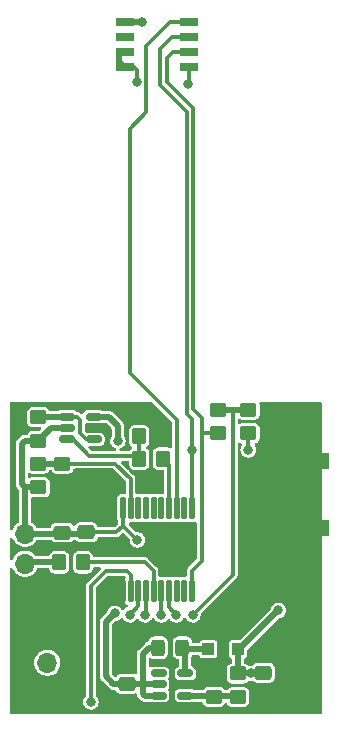
<source format=gbl>
G04 #@! TF.GenerationSoftware,KiCad,Pcbnew,6.0.10*
G04 #@! TF.CreationDate,2023-06-20T13:54:12-05:00*
G04 #@! TF.ProjectId,sensor_sigfox_1,73656e73-6f72-45f7-9369-67666f785f31,rev?*
G04 #@! TF.SameCoordinates,Original*
G04 #@! TF.FileFunction,Copper,L2,Bot*
G04 #@! TF.FilePolarity,Positive*
%FSLAX46Y46*%
G04 Gerber Fmt 4.6, Leading zero omitted, Abs format (unit mm)*
G04 Created by KiCad (PCBNEW 6.0.10) date 2023-06-20 13:54:12*
%MOMM*%
%LPD*%
G01*
G04 APERTURE LIST*
G04 Aperture macros list*
%AMRoundRect*
0 Rectangle with rounded corners*
0 $1 Rounding radius*
0 $2 $3 $4 $5 $6 $7 $8 $9 X,Y pos of 4 corners*
0 Add a 4 corners polygon primitive as box body*
4,1,4,$2,$3,$4,$5,$6,$7,$8,$9,$2,$3,0*
0 Add four circle primitives for the rounded corners*
1,1,$1+$1,$2,$3*
1,1,$1+$1,$4,$5*
1,1,$1+$1,$6,$7*
1,1,$1+$1,$8,$9*
0 Add four rect primitives between the rounded corners*
20,1,$1+$1,$2,$3,$4,$5,0*
20,1,$1+$1,$4,$5,$6,$7,0*
20,1,$1+$1,$6,$7,$8,$9,0*
20,1,$1+$1,$8,$9,$2,$3,0*%
G04 Aperture macros list end*
G04 #@! TA.AperFunction,ComponentPad*
%ADD10R,1.700000X1.700000*%
G04 #@! TD*
G04 #@! TA.AperFunction,ComponentPad*
%ADD11O,1.700000X1.700000*%
G04 #@! TD*
G04 #@! TA.AperFunction,SMDPad,CuDef*
%ADD12R,4.200000X1.350000*%
G04 #@! TD*
G04 #@! TA.AperFunction,SMDPad,CuDef*
%ADD13R,1.000000X1.000000*%
G04 #@! TD*
G04 #@! TA.AperFunction,SMDPad,CuDef*
%ADD14RoundRect,0.150000X0.512500X0.150000X-0.512500X0.150000X-0.512500X-0.150000X0.512500X-0.150000X0*%
G04 #@! TD*
G04 #@! TA.AperFunction,SMDPad,CuDef*
%ADD15RoundRect,0.250000X-0.450000X0.350000X-0.450000X-0.350000X0.450000X-0.350000X0.450000X0.350000X0*%
G04 #@! TD*
G04 #@! TA.AperFunction,SMDPad,CuDef*
%ADD16RoundRect,0.250000X-0.350000X-0.450000X0.350000X-0.450000X0.350000X0.450000X-0.350000X0.450000X0*%
G04 #@! TD*
G04 #@! TA.AperFunction,SMDPad,CuDef*
%ADD17RoundRect,0.250000X0.450000X-0.350000X0.450000X0.350000X-0.450000X0.350000X-0.450000X-0.350000X0*%
G04 #@! TD*
G04 #@! TA.AperFunction,SMDPad,CuDef*
%ADD18R,1.500000X0.650000*%
G04 #@! TD*
G04 #@! TA.AperFunction,SMDPad,CuDef*
%ADD19RoundRect,0.150000X-0.512500X-0.150000X0.512500X-0.150000X0.512500X0.150000X-0.512500X0.150000X0*%
G04 #@! TD*
G04 #@! TA.AperFunction,SMDPad,CuDef*
%ADD20RoundRect,0.250000X-0.475000X0.337500X-0.475000X-0.337500X0.475000X-0.337500X0.475000X0.337500X0*%
G04 #@! TD*
G04 #@! TA.AperFunction,SMDPad,CuDef*
%ADD21RoundRect,0.250000X0.475000X-0.337500X0.475000X0.337500X-0.475000X0.337500X-0.475000X-0.337500X0*%
G04 #@! TD*
G04 #@! TA.AperFunction,SMDPad,CuDef*
%ADD22RoundRect,0.250000X0.350000X0.450000X-0.350000X0.450000X-0.350000X-0.450000X0.350000X-0.450000X0*%
G04 #@! TD*
G04 #@! TA.AperFunction,SMDPad,CuDef*
%ADD23RoundRect,0.125000X-0.125000X0.825000X-0.125000X-0.825000X0.125000X-0.825000X0.125000X0.825000X0*%
G04 #@! TD*
G04 #@! TA.AperFunction,SMDPad,CuDef*
%ADD24RoundRect,0.250000X0.325000X0.450000X-0.325000X0.450000X-0.325000X-0.450000X0.325000X-0.450000X0*%
G04 #@! TD*
G04 #@! TA.AperFunction,ViaPad*
%ADD25C,0.800000*%
G04 #@! TD*
G04 #@! TA.AperFunction,Conductor*
%ADD26C,0.500000*%
G04 #@! TD*
G04 #@! TA.AperFunction,Conductor*
%ADD27C,0.300000*%
G04 #@! TD*
G04 APERTURE END LIST*
D10*
X115570000Y-85344000D03*
D11*
X115570000Y-82804000D03*
X115570000Y-80264000D03*
D10*
X117475000Y-93726000D03*
D11*
X117475000Y-91186000D03*
D12*
X139246000Y-79787000D03*
X139246000Y-74137000D03*
D13*
X133613000Y-90043000D03*
X131113000Y-90043000D03*
D14*
X129168000Y-92075000D03*
X129168000Y-93025000D03*
X129168000Y-93975000D03*
X126893000Y-93975000D03*
X126893000Y-93025000D03*
X126893000Y-92075000D03*
D15*
X116713000Y-74327000D03*
X116713000Y-76327000D03*
D16*
X125254000Y-72009000D03*
X127254000Y-72009000D03*
D17*
X133613000Y-94091000D03*
X133613000Y-92091000D03*
D18*
X124046000Y-40767000D03*
X124046000Y-39497000D03*
X124046000Y-38227000D03*
X124046000Y-36957000D03*
X129446000Y-36957000D03*
X129446000Y-38227000D03*
X129446000Y-39497000D03*
X129446000Y-40767000D03*
D19*
X119137000Y-72263000D03*
X119137000Y-71313000D03*
X119137000Y-70363000D03*
X121412000Y-70363000D03*
X121412000Y-71313000D03*
X121412000Y-72263000D03*
D20*
X124215000Y-90889000D03*
X124215000Y-92964000D03*
X120777000Y-78062000D03*
X120777000Y-80137000D03*
D21*
X135772000Y-94107000D03*
X135772000Y-92032000D03*
D22*
X120491000Y-82677000D03*
X118491000Y-82677000D03*
X127254000Y-73914000D03*
X125254000Y-73914000D03*
D17*
X134493000Y-71755000D03*
X134493000Y-69755000D03*
X118745000Y-76327000D03*
X118745000Y-74327000D03*
X116713000Y-72390000D03*
X116713000Y-70390000D03*
X131953000Y-71755000D03*
X131953000Y-69755000D03*
D23*
X123877000Y-78090000D03*
X124527000Y-78090000D03*
X125177000Y-78090000D03*
X125827000Y-78090000D03*
X126477000Y-78090000D03*
X127127000Y-78090000D03*
X127777000Y-78090000D03*
X128427000Y-78090000D03*
X129077000Y-78090000D03*
X129727000Y-78090000D03*
X129727000Y-85090000D03*
X129077000Y-85090000D03*
X128427000Y-85090000D03*
X127777000Y-85090000D03*
X127127000Y-85090000D03*
X126477000Y-85090000D03*
X125827000Y-85090000D03*
X125177000Y-85090000D03*
X124527000Y-85090000D03*
X123877000Y-85090000D03*
D24*
X128914000Y-89916000D03*
X126864000Y-89916000D03*
D15*
X131581000Y-92075000D03*
X131581000Y-94075000D03*
D20*
X118745000Y-78083500D03*
X118745000Y-80158500D03*
D25*
X122428000Y-71374000D03*
X134874000Y-75946000D03*
X134874000Y-77978000D03*
X130109000Y-93025000D03*
X125476000Y-36957000D03*
X135890000Y-77978000D03*
X136906000Y-75946000D03*
X135890000Y-75946000D03*
X136906000Y-77978000D03*
X123571000Y-69850000D03*
X125095000Y-80772000D03*
X129794000Y-87122000D03*
X129413000Y-42164000D03*
X137033000Y-86741000D03*
X125095000Y-42037000D03*
X134763000Y-92091000D03*
X129727000Y-73212000D03*
X134493000Y-73152000D03*
X123444000Y-72390000D03*
X123190000Y-86995000D03*
X125730000Y-87122000D03*
X124460000Y-87122000D03*
X121158000Y-94488000D03*
X128397000Y-87122000D03*
X127127000Y-87122000D03*
D26*
X129168000Y-93025000D02*
X130109000Y-93025000D01*
X130631000Y-93025000D02*
X131581000Y-92075000D01*
X130109000Y-93025000D02*
X130631000Y-93025000D01*
X124046000Y-36957000D02*
X125476000Y-36957000D01*
X115316000Y-72644000D02*
X115316000Y-76073000D01*
X120777000Y-80137000D02*
X120650000Y-80264000D01*
X134493000Y-69755000D02*
X133191000Y-69755000D01*
X120650000Y-80264000D02*
X115570000Y-80264000D01*
D27*
X125095000Y-80772000D02*
X123900000Y-79577000D01*
D26*
X116713000Y-76327000D02*
X115570000Y-76327000D01*
X117790000Y-71313000D02*
X116713000Y-72390000D01*
X119137000Y-71313000D02*
X117790000Y-71313000D01*
X115316000Y-76073000D02*
X115570000Y-76327000D01*
D27*
X123877000Y-78090000D02*
X123877000Y-79577000D01*
X133191000Y-72866000D02*
X133191000Y-83725000D01*
X133191000Y-69755000D02*
X133191000Y-72866000D01*
X123317000Y-80137000D02*
X120777000Y-80137000D01*
X123877000Y-79577000D02*
X123317000Y-80137000D01*
D26*
X115570000Y-72390000D02*
X115316000Y-72644000D01*
X115570000Y-76327000D02*
X115570000Y-80264000D01*
D27*
X133191000Y-83725000D02*
X129794000Y-87122000D01*
X123900000Y-79577000D02*
X123877000Y-79577000D01*
D26*
X133191000Y-69755000D02*
X132461000Y-69755000D01*
X116713000Y-72390000D02*
X115570000Y-72390000D01*
D27*
X129446000Y-40767000D02*
X129667000Y-40767000D01*
X124841000Y-40767000D02*
X125095000Y-41021000D01*
D26*
X133613000Y-92091000D02*
X133613000Y-90043000D01*
D27*
X124046000Y-40767000D02*
X124841000Y-40767000D01*
D26*
X134763000Y-92091000D02*
X135713000Y-92091000D01*
D27*
X125095000Y-41021000D02*
X125095000Y-42037000D01*
D26*
X135713000Y-92091000D02*
X135772000Y-92032000D01*
X133731000Y-90043000D02*
X137033000Y-86741000D01*
D27*
X129446000Y-42131000D02*
X129413000Y-42164000D01*
D26*
X133613000Y-92091000D02*
X134763000Y-92091000D01*
X133613000Y-90043000D02*
X133731000Y-90043000D01*
X123698000Y-39497000D02*
X123571000Y-39624000D01*
X124046000Y-39497000D02*
X123698000Y-39497000D01*
D27*
X129446000Y-40767000D02*
X129446000Y-42131000D01*
D26*
X123571000Y-40292000D02*
X124046000Y-40767000D01*
X123571000Y-39624000D02*
X123571000Y-40292000D01*
D27*
X130556000Y-82550000D02*
X130556000Y-71882000D01*
X130683000Y-71755000D02*
X131953000Y-71755000D01*
X129727000Y-85090000D02*
X129727000Y-83379000D01*
X127635000Y-42037000D02*
X127635000Y-40005000D01*
X130556000Y-71882000D02*
X130556000Y-70485000D01*
X130556000Y-70485000D02*
X129794000Y-69723000D01*
X128143000Y-39497000D02*
X129446000Y-39497000D01*
X129794000Y-44196000D02*
X127635000Y-42037000D01*
X129794000Y-69723000D02*
X129794000Y-44196000D01*
X129727000Y-83379000D02*
X130556000Y-82550000D01*
X130683000Y-71755000D02*
X130556000Y-71882000D01*
X127635000Y-40005000D02*
X128143000Y-39497000D01*
X127000000Y-42291000D02*
X127000000Y-39243000D01*
X128016000Y-38227000D02*
X129446000Y-38227000D01*
X129727000Y-70545000D02*
X129286000Y-70104000D01*
X129727000Y-78090000D02*
X129727000Y-73212000D01*
X134493000Y-71755000D02*
X134493000Y-73152000D01*
X129286000Y-70104000D02*
X129286000Y-44577000D01*
X127000000Y-39243000D02*
X128016000Y-38227000D01*
X129727000Y-73212000D02*
X129727000Y-70545000D01*
X129286000Y-44577000D02*
X127000000Y-42291000D01*
D26*
X115697000Y-82677000D02*
X115570000Y-82804000D01*
X118491000Y-82677000D02*
X115697000Y-82677000D01*
D27*
X126477000Y-83424000D02*
X125730000Y-82677000D01*
X126477000Y-85090000D02*
X126477000Y-83424000D01*
X125730000Y-82677000D02*
X120491000Y-82677000D01*
D26*
X125725000Y-93975000D02*
X125542000Y-93792000D01*
X126893000Y-93975000D02*
X125725000Y-93975000D01*
X123190000Y-86995000D02*
X122428000Y-87757000D01*
X122687000Y-70363000D02*
X123444000Y-71120000D01*
X123444000Y-71120000D02*
X123444000Y-72390000D01*
X124276000Y-93025000D02*
X124215000Y-92964000D01*
X123063000Y-92964000D02*
X124215000Y-92964000D01*
X125542000Y-93025000D02*
X124276000Y-93025000D01*
X125542000Y-93792000D02*
X125542000Y-93025000D01*
X122428000Y-87757000D02*
X122428000Y-92329000D01*
X125542000Y-90485000D02*
X126111000Y-89916000D01*
X122428000Y-92329000D02*
X123063000Y-92964000D01*
X125542000Y-93025000D02*
X125542000Y-90485000D01*
X126111000Y-89916000D02*
X126864000Y-89916000D01*
X121412000Y-70363000D02*
X122687000Y-70363000D01*
X126893000Y-93025000D02*
X125542000Y-93025000D01*
D27*
X127777000Y-74437000D02*
X127254000Y-73914000D01*
X127777000Y-78090000D02*
X127777000Y-74437000D01*
X119137000Y-72263000D02*
X119634000Y-72263000D01*
X125254000Y-72009000D02*
X125254000Y-73914000D01*
X121031000Y-73660000D02*
X125000000Y-73660000D01*
X119634000Y-72263000D02*
X121031000Y-73660000D01*
X125000000Y-73660000D02*
X125254000Y-73914000D01*
X120269000Y-71755000D02*
X120269000Y-70612000D01*
X120269000Y-70612000D02*
X120020000Y-70363000D01*
X121412000Y-72263000D02*
X120777000Y-72263000D01*
X120777000Y-72263000D02*
X120269000Y-71755000D01*
D26*
X116740000Y-70363000D02*
X116713000Y-70390000D01*
X119137000Y-70363000D02*
X116740000Y-70363000D01*
D27*
X120020000Y-70363000D02*
X119137000Y-70363000D01*
D26*
X129168000Y-92075000D02*
X129168000Y-90170000D01*
X129041000Y-90043000D02*
X128914000Y-89916000D01*
X131113000Y-90043000D02*
X129041000Y-90043000D01*
X129168000Y-90170000D02*
X128914000Y-89916000D01*
D27*
X123222000Y-74327000D02*
X118745000Y-74327000D01*
X124527000Y-75632000D02*
X123222000Y-74327000D01*
X124527000Y-78090000D02*
X124527000Y-75632000D01*
D26*
X118745000Y-74327000D02*
X116713000Y-74327000D01*
X133497000Y-93975000D02*
X133613000Y-94091000D01*
X129168000Y-93975000D02*
X133497000Y-93975000D01*
D27*
X125827000Y-87025000D02*
X125730000Y-87122000D01*
X125827000Y-85090000D02*
X125827000Y-87025000D01*
X125177000Y-85090000D02*
X125177000Y-86405000D01*
X125177000Y-86405000D02*
X124460000Y-87122000D01*
X124527000Y-85090000D02*
X124527000Y-83760000D01*
X122428000Y-83439000D02*
X121158000Y-84709000D01*
X124206000Y-83439000D02*
X122428000Y-83439000D01*
X121158000Y-84709000D02*
X121158000Y-94488000D01*
X124527000Y-83760000D02*
X124206000Y-83439000D01*
X127777000Y-86502000D02*
X128397000Y-87122000D01*
X127777000Y-85090000D02*
X127777000Y-86502000D01*
X127127000Y-85090000D02*
X127127000Y-87122000D01*
X125857000Y-38989000D02*
X125857000Y-44577000D01*
X127889000Y-36957000D02*
X125857000Y-38989000D01*
X129446000Y-36957000D02*
X127889000Y-36957000D01*
X128427000Y-70642000D02*
X128427000Y-78090000D01*
X124460000Y-66675000D02*
X128427000Y-70642000D01*
X124460000Y-45974000D02*
X124460000Y-66675000D01*
X125857000Y-44577000D02*
X124460000Y-45974000D01*
G04 #@! TA.AperFunction,Conductor*
G36*
X140658121Y-69108002D02*
G01*
X140704614Y-69161658D01*
X140716000Y-69214000D01*
X140716000Y-95378000D01*
X140695998Y-95446121D01*
X140642342Y-95492614D01*
X140590000Y-95504000D01*
X114426000Y-95504000D01*
X114357879Y-95483998D01*
X114311386Y-95430342D01*
X114300000Y-95378000D01*
X114300000Y-91156964D01*
X116366148Y-91156964D01*
X116379424Y-91359522D01*
X116380845Y-91365118D01*
X116380846Y-91365123D01*
X116422981Y-91531025D01*
X116429392Y-91556269D01*
X116431809Y-91561512D01*
X116467717Y-91639403D01*
X116514377Y-91740616D01*
X116517710Y-91745332D01*
X116618731Y-91888274D01*
X116631533Y-91906389D01*
X116776938Y-92048035D01*
X116945720Y-92160812D01*
X116951023Y-92163090D01*
X116951026Y-92163092D01*
X117039707Y-92201192D01*
X117132228Y-92240942D01*
X117200653Y-92256425D01*
X117324579Y-92284467D01*
X117324584Y-92284468D01*
X117330216Y-92285742D01*
X117335987Y-92285969D01*
X117335989Y-92285969D01*
X117390838Y-92288124D01*
X117533053Y-92293712D01*
X117633499Y-92279148D01*
X117728231Y-92265413D01*
X117728236Y-92265412D01*
X117733945Y-92264584D01*
X117739409Y-92262729D01*
X117739414Y-92262728D01*
X117920693Y-92201192D01*
X117920698Y-92201190D01*
X117926165Y-92199334D01*
X118103276Y-92100147D01*
X118109920Y-92094622D01*
X118254913Y-91974031D01*
X118259345Y-91970345D01*
X118319414Y-91898120D01*
X118385453Y-91818718D01*
X118385455Y-91818715D01*
X118389147Y-91814276D01*
X118481056Y-91650161D01*
X118485510Y-91642208D01*
X118485511Y-91642206D01*
X118488334Y-91637165D01*
X118490190Y-91631698D01*
X118490192Y-91631693D01*
X118551728Y-91450414D01*
X118551729Y-91450409D01*
X118553584Y-91444945D01*
X118554412Y-91439236D01*
X118554413Y-91439231D01*
X118582179Y-91247727D01*
X118582712Y-91244053D01*
X118584232Y-91186000D01*
X118565658Y-90983859D01*
X118564090Y-90978299D01*
X118512125Y-90794046D01*
X118512124Y-90794044D01*
X118510557Y-90788487D01*
X118505617Y-90778468D01*
X118423331Y-90611609D01*
X118420776Y-90606428D01*
X118299320Y-90443779D01*
X118150258Y-90305987D01*
X118145375Y-90302906D01*
X118145371Y-90302903D01*
X117999728Y-90211010D01*
X117978581Y-90197667D01*
X117790039Y-90122446D01*
X117784379Y-90121320D01*
X117784375Y-90121319D01*
X117596613Y-90083971D01*
X117596610Y-90083971D01*
X117590946Y-90082844D01*
X117585171Y-90082768D01*
X117585167Y-90082768D01*
X117483793Y-90081441D01*
X117387971Y-90080187D01*
X117382274Y-90081166D01*
X117382273Y-90081166D01*
X117193607Y-90113585D01*
X117187910Y-90114564D01*
X116997463Y-90184824D01*
X116823010Y-90288612D01*
X116818670Y-90292418D01*
X116818666Y-90292421D01*
X116723874Y-90375552D01*
X116670392Y-90422455D01*
X116544720Y-90581869D01*
X116542031Y-90586980D01*
X116542029Y-90586983D01*
X116518156Y-90632358D01*
X116450203Y-90761515D01*
X116390007Y-90955378D01*
X116366148Y-91156964D01*
X114300000Y-91156964D01*
X114300000Y-83261800D01*
X114320002Y-83193679D01*
X114373658Y-83147186D01*
X114443932Y-83137082D01*
X114508512Y-83166576D01*
X114540425Y-83209048D01*
X114609377Y-83358616D01*
X114618669Y-83371764D01*
X114704198Y-83492785D01*
X114726533Y-83524389D01*
X114871938Y-83666035D01*
X115040720Y-83778812D01*
X115046023Y-83781090D01*
X115046026Y-83781092D01*
X115197987Y-83846379D01*
X115227228Y-83858942D01*
X115282448Y-83871437D01*
X115419579Y-83902467D01*
X115419584Y-83902468D01*
X115425216Y-83903742D01*
X115430987Y-83903969D01*
X115430989Y-83903969D01*
X115490756Y-83906317D01*
X115628053Y-83911712D01*
X115733099Y-83896481D01*
X115823231Y-83883413D01*
X115823236Y-83883412D01*
X115828945Y-83882584D01*
X115834409Y-83880729D01*
X115834414Y-83880728D01*
X116015693Y-83819192D01*
X116015698Y-83819190D01*
X116021165Y-83817334D01*
X116033758Y-83810282D01*
X116129217Y-83756822D01*
X116198276Y-83718147D01*
X116250500Y-83674713D01*
X116341846Y-83598740D01*
X116354345Y-83588345D01*
X116395256Y-83539155D01*
X116480453Y-83436718D01*
X116480455Y-83436715D01*
X116484147Y-83432276D01*
X116575739Y-83268727D01*
X116580510Y-83260208D01*
X116580511Y-83260206D01*
X116583334Y-83255165D01*
X116583427Y-83254891D01*
X116628252Y-83202155D01*
X116697378Y-83181500D01*
X117535275Y-83181500D01*
X117603396Y-83201502D01*
X117649889Y-83255158D01*
X117653257Y-83263271D01*
X117657462Y-83274487D01*
X117693929Y-83371764D01*
X117699309Y-83378943D01*
X117699311Y-83378946D01*
X117735499Y-83427231D01*
X117780596Y-83487404D01*
X117787776Y-83492785D01*
X117889054Y-83568689D01*
X117889057Y-83568691D01*
X117896236Y-83574071D01*
X117978012Y-83604727D01*
X118024157Y-83622026D01*
X118024159Y-83622026D01*
X118031552Y-83624798D01*
X118039402Y-83625651D01*
X118039403Y-83625651D01*
X118089847Y-83631131D01*
X118093244Y-83631500D01*
X118888756Y-83631500D01*
X118892153Y-83631131D01*
X118942597Y-83625651D01*
X118942598Y-83625651D01*
X118950448Y-83624798D01*
X118957841Y-83622026D01*
X118957843Y-83622026D01*
X119003988Y-83604727D01*
X119085764Y-83574071D01*
X119092943Y-83568691D01*
X119092946Y-83568689D01*
X119194224Y-83492785D01*
X119201404Y-83487404D01*
X119246501Y-83427231D01*
X119282689Y-83378946D01*
X119282691Y-83378943D01*
X119288071Y-83371764D01*
X119331375Y-83256250D01*
X119336026Y-83243843D01*
X119336026Y-83243841D01*
X119338798Y-83236448D01*
X119342524Y-83202155D01*
X119345131Y-83178153D01*
X119345131Y-83178152D01*
X119345500Y-83174756D01*
X119345500Y-82179244D01*
X119338798Y-82117552D01*
X119288071Y-81982236D01*
X119282691Y-81975057D01*
X119282689Y-81975054D01*
X119206785Y-81873776D01*
X119201404Y-81866596D01*
X119180977Y-81851287D01*
X119092946Y-81785311D01*
X119092943Y-81785309D01*
X119085764Y-81779929D01*
X118980442Y-81740446D01*
X118957843Y-81731974D01*
X118957841Y-81731974D01*
X118950448Y-81729202D01*
X118942598Y-81728349D01*
X118942597Y-81728349D01*
X118892153Y-81722869D01*
X118892152Y-81722869D01*
X118888756Y-81722500D01*
X118093244Y-81722500D01*
X118089848Y-81722869D01*
X118089847Y-81722869D01*
X118039403Y-81728349D01*
X118039402Y-81728349D01*
X118031552Y-81729202D01*
X118024159Y-81731974D01*
X118024157Y-81731974D01*
X118001558Y-81740446D01*
X117896236Y-81779929D01*
X117889057Y-81785309D01*
X117889054Y-81785311D01*
X117801023Y-81851287D01*
X117780596Y-81866596D01*
X117775215Y-81873776D01*
X117699311Y-81975054D01*
X117699309Y-81975057D01*
X117693929Y-81982236D01*
X117690779Y-81990640D01*
X117653257Y-82090729D01*
X117610616Y-82147494D01*
X117544054Y-82172194D01*
X117535275Y-82172500D01*
X116540164Y-82172500D01*
X116472043Y-82152498D01*
X116439206Y-82121889D01*
X116394320Y-82061779D01*
X116245258Y-81923987D01*
X116240375Y-81920906D01*
X116240371Y-81920903D01*
X116078464Y-81818748D01*
X116073581Y-81815667D01*
X115885039Y-81740446D01*
X115879379Y-81739320D01*
X115879375Y-81739319D01*
X115691613Y-81701971D01*
X115691610Y-81701971D01*
X115685946Y-81700844D01*
X115680171Y-81700768D01*
X115680167Y-81700768D01*
X115578793Y-81699441D01*
X115482971Y-81698187D01*
X115477274Y-81699166D01*
X115477273Y-81699166D01*
X115288607Y-81731585D01*
X115282910Y-81732564D01*
X115092463Y-81802824D01*
X114918010Y-81906612D01*
X114913670Y-81910418D01*
X114913666Y-81910421D01*
X114822195Y-81990640D01*
X114765392Y-82040455D01*
X114639720Y-82199869D01*
X114545203Y-82379515D01*
X114543489Y-82385033D01*
X114542408Y-82387644D01*
X114497858Y-82442924D01*
X114430494Y-82465343D01*
X114361703Y-82447783D01*
X114313326Y-82395820D01*
X114300000Y-82339423D01*
X114300000Y-80721800D01*
X114320002Y-80653679D01*
X114373658Y-80607186D01*
X114443932Y-80597082D01*
X114508512Y-80626576D01*
X114540425Y-80669048D01*
X114609377Y-80818616D01*
X114612710Y-80823332D01*
X114722464Y-80978631D01*
X114726533Y-80984389D01*
X114730675Y-80988424D01*
X114787637Y-81043913D01*
X114871938Y-81126035D01*
X115040720Y-81238812D01*
X115046023Y-81241090D01*
X115046026Y-81241092D01*
X115213495Y-81313042D01*
X115227228Y-81318942D01*
X115300244Y-81335464D01*
X115419579Y-81362467D01*
X115419584Y-81362468D01*
X115425216Y-81363742D01*
X115430987Y-81363969D01*
X115430989Y-81363969D01*
X115490756Y-81366317D01*
X115628053Y-81371712D01*
X115728499Y-81357148D01*
X115823231Y-81343413D01*
X115823236Y-81343412D01*
X115828945Y-81342584D01*
X115834409Y-81340729D01*
X115834414Y-81340728D01*
X116015693Y-81279192D01*
X116015698Y-81279190D01*
X116021165Y-81277334D01*
X116198276Y-81178147D01*
X116260934Y-81126035D01*
X116349913Y-81052031D01*
X116354345Y-81048345D01*
X116417593Y-80972298D01*
X116480453Y-80896718D01*
X116480455Y-80896715D01*
X116484147Y-80892276D01*
X116517382Y-80832931D01*
X116568116Y-80783272D01*
X116627314Y-80768500D01*
X117780689Y-80768500D01*
X117848810Y-80788502D01*
X117881514Y-80818934D01*
X117909596Y-80856404D01*
X117916776Y-80861785D01*
X118018054Y-80937689D01*
X118018057Y-80937691D01*
X118025236Y-80943071D01*
X118114954Y-80976704D01*
X118153157Y-80991026D01*
X118153159Y-80991026D01*
X118160552Y-80993798D01*
X118168402Y-80994651D01*
X118168403Y-80994651D01*
X118218847Y-81000131D01*
X118222244Y-81000500D01*
X119267756Y-81000500D01*
X119271153Y-81000131D01*
X119321597Y-80994651D01*
X119321598Y-80994651D01*
X119329448Y-80993798D01*
X119336841Y-80991026D01*
X119336843Y-80991026D01*
X119375046Y-80976704D01*
X119464764Y-80943071D01*
X119471943Y-80937691D01*
X119471946Y-80937689D01*
X119573224Y-80861785D01*
X119580404Y-80856404D01*
X119608485Y-80818935D01*
X119665343Y-80776420D01*
X119709311Y-80768500D01*
X119828802Y-80768500D01*
X119896923Y-80788502D01*
X119929625Y-80818932D01*
X119941596Y-80834904D01*
X119948776Y-80840285D01*
X120050054Y-80916189D01*
X120050057Y-80916191D01*
X120057236Y-80921571D01*
X120113441Y-80942641D01*
X120185157Y-80969526D01*
X120185159Y-80969526D01*
X120192552Y-80972298D01*
X120200402Y-80973151D01*
X120200403Y-80973151D01*
X120250847Y-80978631D01*
X120254244Y-80979000D01*
X121299756Y-80979000D01*
X121303153Y-80978631D01*
X121353597Y-80973151D01*
X121353598Y-80973151D01*
X121361448Y-80972298D01*
X121368841Y-80969526D01*
X121368843Y-80969526D01*
X121440559Y-80942641D01*
X121496764Y-80921571D01*
X121503943Y-80916191D01*
X121503946Y-80916189D01*
X121605224Y-80840285D01*
X121612404Y-80834904D01*
X121656235Y-80776420D01*
X121693689Y-80726446D01*
X121693691Y-80726443D01*
X121699071Y-80719264D01*
X121735057Y-80623271D01*
X121777698Y-80566506D01*
X121844260Y-80541806D01*
X121853039Y-80541500D01*
X123381066Y-80541500D01*
X123390498Y-80538435D01*
X123390500Y-80538435D01*
X123402287Y-80534605D01*
X123421513Y-80529989D01*
X123433762Y-80528049D01*
X123443555Y-80526498D01*
X123463439Y-80516366D01*
X123481705Y-80508801D01*
X123493496Y-80504970D01*
X123502929Y-80501905D01*
X123520989Y-80488784D01*
X123537846Y-80478454D01*
X123547276Y-80473649D01*
X123557723Y-80468326D01*
X123580511Y-80445538D01*
X123580515Y-80445535D01*
X123799405Y-80226645D01*
X123861717Y-80192619D01*
X123932532Y-80197684D01*
X123977595Y-80226645D01*
X124401135Y-80650185D01*
X124435161Y-80712497D01*
X124436723Y-80749967D01*
X124436800Y-80749968D01*
X124436785Y-80751440D01*
X124436963Y-80755720D01*
X124436720Y-80757563D01*
X124436720Y-80757569D01*
X124435729Y-80765096D01*
X124442644Y-80827728D01*
X124450261Y-80896718D01*
X124453113Y-80922553D01*
X124455723Y-80929684D01*
X124455723Y-80929686D01*
X124500495Y-81052031D01*
X124507553Y-81071319D01*
X124511789Y-81077622D01*
X124511789Y-81077623D01*
X124541611Y-81122002D01*
X124595908Y-81202805D01*
X124601527Y-81207918D01*
X124601528Y-81207919D01*
X124635479Y-81238812D01*
X124713076Y-81309419D01*
X124852293Y-81385008D01*
X125005522Y-81425207D01*
X125089477Y-81426526D01*
X125156319Y-81427576D01*
X125156322Y-81427576D01*
X125163916Y-81427695D01*
X125318332Y-81392329D01*
X125417240Y-81342584D01*
X125453072Y-81324563D01*
X125453075Y-81324561D01*
X125459855Y-81321151D01*
X125465626Y-81316222D01*
X125465629Y-81316220D01*
X125574536Y-81223204D01*
X125574536Y-81223203D01*
X125580314Y-81218269D01*
X125672755Y-81089624D01*
X125731842Y-80942641D01*
X125749447Y-80818936D01*
X125753581Y-80789891D01*
X125753581Y-80789888D01*
X125754162Y-80785807D01*
X125754307Y-80772000D01*
X125735276Y-80614733D01*
X125679280Y-80466546D01*
X125589553Y-80335992D01*
X125471275Y-80230611D01*
X125331274Y-80156484D01*
X125177633Y-80117892D01*
X125170034Y-80117852D01*
X125170033Y-80117852D01*
X125074292Y-80117351D01*
X125063878Y-80117296D01*
X124995863Y-80096938D01*
X124975443Y-80080393D01*
X124404645Y-79509595D01*
X124370619Y-79447283D01*
X124375684Y-79376468D01*
X124418231Y-79319632D01*
X124484751Y-79294821D01*
X124493740Y-79294500D01*
X124687968Y-79294500D01*
X124719745Y-79289822D01*
X124752870Y-79284946D01*
X124752872Y-79284945D01*
X124762561Y-79283519D01*
X124796518Y-79266847D01*
X124866482Y-79254779D01*
X124907379Y-79266749D01*
X124942082Y-79283712D01*
X124951761Y-79285124D01*
X125011505Y-79293840D01*
X125011511Y-79293840D01*
X125016032Y-79294500D01*
X125337968Y-79294500D01*
X125369745Y-79289822D01*
X125402870Y-79284946D01*
X125402872Y-79284945D01*
X125412561Y-79283519D01*
X125446518Y-79266847D01*
X125516482Y-79254779D01*
X125557379Y-79266749D01*
X125592082Y-79283712D01*
X125601761Y-79285124D01*
X125661505Y-79293840D01*
X125661511Y-79293840D01*
X125666032Y-79294500D01*
X125987968Y-79294500D01*
X126019745Y-79289822D01*
X126052870Y-79284946D01*
X126052872Y-79284945D01*
X126062561Y-79283519D01*
X126096518Y-79266847D01*
X126166482Y-79254779D01*
X126207379Y-79266749D01*
X126242082Y-79283712D01*
X126251761Y-79285124D01*
X126311505Y-79293840D01*
X126311511Y-79293840D01*
X126316032Y-79294500D01*
X126637968Y-79294500D01*
X126669745Y-79289822D01*
X126702870Y-79284946D01*
X126702872Y-79284945D01*
X126712561Y-79283519D01*
X126746518Y-79266847D01*
X126816482Y-79254779D01*
X126857379Y-79266749D01*
X126892082Y-79283712D01*
X126901761Y-79285124D01*
X126961505Y-79293840D01*
X126961511Y-79293840D01*
X126966032Y-79294500D01*
X127287968Y-79294500D01*
X127319745Y-79289822D01*
X127352870Y-79284946D01*
X127352872Y-79284945D01*
X127362561Y-79283519D01*
X127396518Y-79266847D01*
X127466482Y-79254779D01*
X127507379Y-79266749D01*
X127542082Y-79283712D01*
X127551761Y-79285124D01*
X127611505Y-79293840D01*
X127611511Y-79293840D01*
X127616032Y-79294500D01*
X127937968Y-79294500D01*
X127969745Y-79289822D01*
X128002870Y-79284946D01*
X128002872Y-79284945D01*
X128012561Y-79283519D01*
X128046518Y-79266847D01*
X128116482Y-79254779D01*
X128157379Y-79266749D01*
X128192082Y-79283712D01*
X128201761Y-79285124D01*
X128261505Y-79293840D01*
X128261511Y-79293840D01*
X128266032Y-79294500D01*
X128587968Y-79294500D01*
X128619745Y-79289822D01*
X128652870Y-79284946D01*
X128652872Y-79284945D01*
X128662561Y-79283519D01*
X128696518Y-79266847D01*
X128766482Y-79254779D01*
X128807379Y-79266749D01*
X128842082Y-79283712D01*
X128851761Y-79285124D01*
X128911505Y-79293840D01*
X128911511Y-79293840D01*
X128916032Y-79294500D01*
X129237968Y-79294500D01*
X129269745Y-79289822D01*
X129302870Y-79284946D01*
X129302872Y-79284945D01*
X129312561Y-79283519D01*
X129346518Y-79266847D01*
X129416482Y-79254779D01*
X129457379Y-79266749D01*
X129492082Y-79283712D01*
X129501761Y-79285124D01*
X129561505Y-79293840D01*
X129561511Y-79293840D01*
X129566032Y-79294500D01*
X129887968Y-79294500D01*
X129919745Y-79289822D01*
X129952870Y-79284946D01*
X129952872Y-79284945D01*
X129962561Y-79283519D01*
X129971352Y-79279203D01*
X129980703Y-79276297D01*
X129981214Y-79277942D01*
X130039935Y-79267815D01*
X130105315Y-79295489D01*
X130145355Y-79354118D01*
X130151500Y-79392985D01*
X130151500Y-82330260D01*
X130131498Y-82398381D01*
X130114595Y-82419355D01*
X129418465Y-83115485D01*
X129418462Y-83115489D01*
X129395674Y-83138277D01*
X129385546Y-83158154D01*
X129375216Y-83175011D01*
X129362095Y-83193071D01*
X129359030Y-83202504D01*
X129355199Y-83214295D01*
X129347634Y-83232561D01*
X129337502Y-83252445D01*
X129335951Y-83262238D01*
X129334011Y-83274487D01*
X129329395Y-83293713D01*
X129322500Y-83314934D01*
X129322500Y-83759500D01*
X129302498Y-83827621D01*
X129248842Y-83874114D01*
X129196500Y-83885500D01*
X128916032Y-83885500D01*
X128887475Y-83889704D01*
X128851130Y-83895054D01*
X128851128Y-83895055D01*
X128841439Y-83896481D01*
X128826188Y-83903969D01*
X128807482Y-83913153D01*
X128737518Y-83925221D01*
X128696621Y-83913251D01*
X128661918Y-83896288D01*
X128652239Y-83894876D01*
X128592495Y-83886160D01*
X128592489Y-83886160D01*
X128587968Y-83885500D01*
X128266032Y-83885500D01*
X128237475Y-83889704D01*
X128201130Y-83895054D01*
X128201128Y-83895055D01*
X128191439Y-83896481D01*
X128176188Y-83903969D01*
X128157482Y-83913153D01*
X128087518Y-83925221D01*
X128046621Y-83913251D01*
X128011918Y-83896288D01*
X128002239Y-83894876D01*
X127942495Y-83886160D01*
X127942489Y-83886160D01*
X127937968Y-83885500D01*
X127616032Y-83885500D01*
X127587475Y-83889704D01*
X127551130Y-83895054D01*
X127551128Y-83895055D01*
X127541439Y-83896481D01*
X127526188Y-83903969D01*
X127507482Y-83913153D01*
X127437518Y-83925221D01*
X127396621Y-83913251D01*
X127361918Y-83896288D01*
X127352239Y-83894876D01*
X127292495Y-83886160D01*
X127292489Y-83886160D01*
X127287968Y-83885500D01*
X127007500Y-83885500D01*
X126939379Y-83865498D01*
X126892886Y-83811842D01*
X126881500Y-83759500D01*
X126881500Y-83359934D01*
X126874605Y-83338713D01*
X126869989Y-83319487D01*
X126868049Y-83307241D01*
X126866498Y-83297445D01*
X126856370Y-83277568D01*
X126848803Y-83259300D01*
X126844971Y-83247506D01*
X126844969Y-83247501D01*
X126841905Y-83238072D01*
X126832722Y-83225432D01*
X126828787Y-83220017D01*
X126818454Y-83203155D01*
X126818123Y-83202504D01*
X126808326Y-83183277D01*
X126717723Y-83092674D01*
X125993515Y-82368465D01*
X125993511Y-82368462D01*
X125970723Y-82345674D01*
X125950844Y-82335545D01*
X125933989Y-82325216D01*
X125923953Y-82317925D01*
X125915929Y-82312095D01*
X125894704Y-82305199D01*
X125876438Y-82297633D01*
X125856555Y-82287502D01*
X125834513Y-82284011D01*
X125815287Y-82279395D01*
X125803500Y-82275565D01*
X125803498Y-82275565D01*
X125794066Y-82272500D01*
X121468684Y-82272500D01*
X121400563Y-82252498D01*
X121354070Y-82198842D01*
X121343421Y-82160108D01*
X121339651Y-82125402D01*
X121339651Y-82125400D01*
X121338798Y-82117552D01*
X121288071Y-81982236D01*
X121282691Y-81975057D01*
X121282689Y-81975054D01*
X121206785Y-81873776D01*
X121201404Y-81866596D01*
X121180977Y-81851287D01*
X121092946Y-81785311D01*
X121092943Y-81785309D01*
X121085764Y-81779929D01*
X120980442Y-81740446D01*
X120957843Y-81731974D01*
X120957841Y-81731974D01*
X120950448Y-81729202D01*
X120942598Y-81728349D01*
X120942597Y-81728349D01*
X120892153Y-81722869D01*
X120892152Y-81722869D01*
X120888756Y-81722500D01*
X120093244Y-81722500D01*
X120089848Y-81722869D01*
X120089847Y-81722869D01*
X120039403Y-81728349D01*
X120039402Y-81728349D01*
X120031552Y-81729202D01*
X120024159Y-81731974D01*
X120024157Y-81731974D01*
X120001558Y-81740446D01*
X119896236Y-81779929D01*
X119889057Y-81785309D01*
X119889054Y-81785311D01*
X119801023Y-81851287D01*
X119780596Y-81866596D01*
X119775215Y-81873776D01*
X119699311Y-81975054D01*
X119699309Y-81975057D01*
X119693929Y-81982236D01*
X119643202Y-82117552D01*
X119636500Y-82179244D01*
X119636500Y-83174756D01*
X119636869Y-83178152D01*
X119636869Y-83178153D01*
X119639477Y-83202155D01*
X119643202Y-83236448D01*
X119645974Y-83243841D01*
X119645974Y-83243843D01*
X119650625Y-83256250D01*
X119693929Y-83371764D01*
X119699309Y-83378943D01*
X119699311Y-83378946D01*
X119735499Y-83427231D01*
X119780596Y-83487404D01*
X119787776Y-83492785D01*
X119889054Y-83568689D01*
X119889057Y-83568691D01*
X119896236Y-83574071D01*
X119978012Y-83604727D01*
X120024157Y-83622026D01*
X120024159Y-83622026D01*
X120031552Y-83624798D01*
X120039402Y-83625651D01*
X120039403Y-83625651D01*
X120089847Y-83631131D01*
X120093244Y-83631500D01*
X120888756Y-83631500D01*
X120892153Y-83631131D01*
X120942597Y-83625651D01*
X120942598Y-83625651D01*
X120950448Y-83624798D01*
X120957841Y-83622026D01*
X120957843Y-83622026D01*
X121003988Y-83604727D01*
X121085764Y-83574071D01*
X121092943Y-83568691D01*
X121092946Y-83568689D01*
X121194224Y-83492785D01*
X121201404Y-83487404D01*
X121246501Y-83427231D01*
X121282689Y-83378946D01*
X121282691Y-83378943D01*
X121288071Y-83371764D01*
X121331375Y-83256250D01*
X121336026Y-83243843D01*
X121336026Y-83243841D01*
X121338798Y-83236448D01*
X121343421Y-83193892D01*
X121370663Y-83128330D01*
X121429026Y-83087904D01*
X121468684Y-83081500D01*
X121909260Y-83081500D01*
X121977381Y-83101502D01*
X122023874Y-83155158D01*
X122033978Y-83225432D01*
X122004484Y-83290012D01*
X121998355Y-83296595D01*
X120849465Y-84445485D01*
X120849462Y-84445489D01*
X120826674Y-84468277D01*
X120822171Y-84477115D01*
X120816546Y-84488154D01*
X120806216Y-84505011D01*
X120793095Y-84523071D01*
X120790030Y-84532504D01*
X120786199Y-84544295D01*
X120778634Y-84562561D01*
X120768502Y-84582445D01*
X120766951Y-84592238D01*
X120765011Y-84604487D01*
X120760395Y-84623713D01*
X120753500Y-84644934D01*
X120753500Y-93914996D01*
X120733498Y-93983117D01*
X120710330Y-94009945D01*
X120668039Y-94046838D01*
X120576950Y-94176444D01*
X120519406Y-94324037D01*
X120518414Y-94331570D01*
X120518414Y-94331571D01*
X120499734Y-94473463D01*
X120498729Y-94481096D01*
X120504073Y-94529500D01*
X120511059Y-94592773D01*
X120516113Y-94638553D01*
X120518723Y-94645684D01*
X120518723Y-94645686D01*
X120567225Y-94778224D01*
X120570553Y-94787319D01*
X120574789Y-94793622D01*
X120574789Y-94793623D01*
X120638256Y-94888071D01*
X120658908Y-94918805D01*
X120664527Y-94923918D01*
X120664528Y-94923919D01*
X120770460Y-95020309D01*
X120776076Y-95025419D01*
X120915293Y-95101008D01*
X121068522Y-95141207D01*
X121152477Y-95142526D01*
X121219319Y-95143576D01*
X121219322Y-95143576D01*
X121226916Y-95143695D01*
X121381332Y-95108329D01*
X121451742Y-95072917D01*
X121516072Y-95040563D01*
X121516075Y-95040561D01*
X121522855Y-95037151D01*
X121528626Y-95032222D01*
X121528629Y-95032220D01*
X121637536Y-94939204D01*
X121637536Y-94939203D01*
X121643314Y-94934269D01*
X121735755Y-94805624D01*
X121794842Y-94658641D01*
X121815356Y-94514498D01*
X121816581Y-94505891D01*
X121816581Y-94505888D01*
X121817162Y-94501807D01*
X121817252Y-94493233D01*
X121817264Y-94492134D01*
X121817264Y-94492128D01*
X121817307Y-94488000D01*
X121816279Y-94479500D01*
X121812626Y-94449315D01*
X121798276Y-94330733D01*
X121742280Y-94182546D01*
X121709684Y-94135118D01*
X121656855Y-94058251D01*
X121656854Y-94058249D01*
X121652553Y-94051992D01*
X121604681Y-94009339D01*
X121567126Y-93949090D01*
X121562500Y-93915263D01*
X121562500Y-84928740D01*
X121582502Y-84860619D01*
X121599405Y-84839645D01*
X122558645Y-83880405D01*
X122620957Y-83846379D01*
X122647740Y-83843500D01*
X123986259Y-83843500D01*
X124054380Y-83863502D01*
X124075354Y-83880405D01*
X124076086Y-83881137D01*
X124110112Y-83943449D01*
X124105047Y-84014264D01*
X124092550Y-84037791D01*
X124088771Y-84041576D01*
X124033288Y-84155082D01*
X124031876Y-84164761D01*
X124023165Y-84224476D01*
X124022500Y-84229032D01*
X124022500Y-85950968D01*
X124033481Y-86025561D01*
X124037798Y-86034353D01*
X124082541Y-86125484D01*
X124089162Y-86138970D01*
X124178576Y-86228229D01*
X124259122Y-86267601D01*
X124311537Y-86315486D01*
X124329744Y-86384108D01*
X124307960Y-86451680D01*
X124253102Y-86496748D01*
X124244658Y-86499536D01*
X124244690Y-86499621D01*
X124237564Y-86502271D01*
X124230184Y-86504043D01*
X124089414Y-86576700D01*
X123970039Y-86680838D01*
X123965672Y-86687052D01*
X123963107Y-86689901D01*
X123902661Y-86727141D01*
X123831678Y-86725791D01*
X123772692Y-86686278D01*
X123765629Y-86676959D01*
X123764864Y-86675845D01*
X123724501Y-86617117D01*
X123688855Y-86565251D01*
X123688854Y-86565249D01*
X123684553Y-86558992D01*
X123566275Y-86453611D01*
X123558889Y-86449700D01*
X123432988Y-86383039D01*
X123432989Y-86383039D01*
X123426274Y-86379484D01*
X123272633Y-86340892D01*
X123265034Y-86340852D01*
X123265033Y-86340852D01*
X123199181Y-86340507D01*
X123114221Y-86340062D01*
X123106841Y-86341834D01*
X123106839Y-86341834D01*
X122967563Y-86375271D01*
X122967560Y-86375272D01*
X122960184Y-86377043D01*
X122819414Y-86449700D01*
X122700039Y-86553838D01*
X122608950Y-86683444D01*
X122592440Y-86725791D01*
X122557056Y-86816546D01*
X122551406Y-86831037D01*
X122550415Y-86838568D01*
X122550414Y-86838570D01*
X122543482Y-86891226D01*
X122514759Y-86956153D01*
X122507655Y-86963874D01*
X122121206Y-87350323D01*
X122111766Y-87357865D01*
X122112089Y-87358245D01*
X122105253Y-87364063D01*
X122097661Y-87368853D01*
X122091719Y-87375581D01*
X122062329Y-87408859D01*
X122056983Y-87414546D01*
X122045649Y-87425880D01*
X122042964Y-87429463D01*
X122042962Y-87429465D01*
X122039447Y-87434155D01*
X122033062Y-87441998D01*
X122001999Y-87477170D01*
X121998186Y-87485292D01*
X121996346Y-87488093D01*
X121987937Y-87502088D01*
X121986315Y-87505051D01*
X121980930Y-87512236D01*
X121977777Y-87520646D01*
X121977776Y-87520648D01*
X121964454Y-87556182D01*
X121960530Y-87565495D01*
X121940583Y-87607982D01*
X121939201Y-87616856D01*
X121938215Y-87620083D01*
X121934075Y-87635866D01*
X121933354Y-87639144D01*
X121930202Y-87647552D01*
X121929537Y-87656503D01*
X121926724Y-87694357D01*
X121925570Y-87704404D01*
X121923500Y-87717697D01*
X121923500Y-87733062D01*
X121923154Y-87742399D01*
X121919493Y-87791667D01*
X121921366Y-87800442D01*
X121921959Y-87809138D01*
X121923500Y-87823738D01*
X121923500Y-92258376D01*
X121922159Y-92270381D01*
X121922655Y-92270421D01*
X121921935Y-92279368D01*
X121919954Y-92288124D01*
X121920510Y-92297084D01*
X121923258Y-92341382D01*
X121923500Y-92349184D01*
X121923500Y-92365226D01*
X121924135Y-92369657D01*
X121924135Y-92369662D01*
X121924965Y-92375453D01*
X121925996Y-92385514D01*
X121928902Y-92432359D01*
X121931949Y-92440799D01*
X121932630Y-92444089D01*
X121936582Y-92459938D01*
X121937527Y-92463168D01*
X121938799Y-92472052D01*
X121942514Y-92480223D01*
X121958218Y-92514763D01*
X121962030Y-92524128D01*
X121974922Y-92559837D01*
X121974924Y-92559840D01*
X121977972Y-92568284D01*
X121983268Y-92575533D01*
X121984840Y-92578490D01*
X121993093Y-92592614D01*
X121994898Y-92595437D01*
X121998612Y-92603605D01*
X122004469Y-92610402D01*
X122004470Y-92610404D01*
X122029243Y-92639153D01*
X122035525Y-92647064D01*
X122043473Y-92657944D01*
X122054334Y-92668805D01*
X122060692Y-92675652D01*
X122087084Y-92706282D01*
X122087087Y-92706284D01*
X122092944Y-92713082D01*
X122100477Y-92717965D01*
X122107044Y-92723693D01*
X122118453Y-92732924D01*
X122656324Y-93270794D01*
X122663867Y-93280235D01*
X122664246Y-93279912D01*
X122670062Y-93286745D01*
X122674853Y-93294339D01*
X122681583Y-93300283D01*
X122681585Y-93300285D01*
X122714866Y-93329678D01*
X122720554Y-93335024D01*
X122731881Y-93346351D01*
X122735464Y-93349036D01*
X122735466Y-93349038D01*
X122740152Y-93352550D01*
X122747995Y-93358935D01*
X122783170Y-93390001D01*
X122791297Y-93393816D01*
X122794117Y-93395669D01*
X122808113Y-93404078D01*
X122811054Y-93405688D01*
X122818236Y-93411071D01*
X122826640Y-93414222D01*
X122826641Y-93414222D01*
X122862178Y-93427544D01*
X122871492Y-93431468D01*
X122913982Y-93451417D01*
X122922853Y-93452798D01*
X122926075Y-93453783D01*
X122941858Y-93457923D01*
X122945142Y-93458645D01*
X122953552Y-93461798D01*
X123000357Y-93465276D01*
X123010397Y-93466429D01*
X123016666Y-93467405D01*
X123018886Y-93467751D01*
X123018887Y-93467751D01*
X123023697Y-93468500D01*
X123039066Y-93468500D01*
X123048404Y-93468847D01*
X123088716Y-93471843D01*
X123088717Y-93471843D01*
X123097667Y-93472508D01*
X123106442Y-93470635D01*
X123115126Y-93470043D01*
X123129742Y-93468500D01*
X123177141Y-93468500D01*
X123245262Y-93488502D01*
X123287662Y-93533992D01*
X123289776Y-93537854D01*
X123292929Y-93546264D01*
X123298314Y-93553449D01*
X123298315Y-93553451D01*
X123321418Y-93584277D01*
X123379596Y-93661904D01*
X123386776Y-93667285D01*
X123488054Y-93743189D01*
X123488057Y-93743191D01*
X123495236Y-93748571D01*
X123557899Y-93772062D01*
X123623157Y-93796526D01*
X123623159Y-93796526D01*
X123630552Y-93799298D01*
X123638402Y-93800151D01*
X123638403Y-93800151D01*
X123688847Y-93805631D01*
X123692244Y-93806000D01*
X124737756Y-93806000D01*
X124741153Y-93805631D01*
X124791597Y-93800151D01*
X124791598Y-93800151D01*
X124799448Y-93799298D01*
X124806841Y-93796526D01*
X124806843Y-93796526D01*
X124872101Y-93772062D01*
X124942908Y-93766879D01*
X125005277Y-93800800D01*
X125039406Y-93863056D01*
X125042088Y-93882239D01*
X125042902Y-93895359D01*
X125045949Y-93903799D01*
X125046630Y-93907089D01*
X125050582Y-93922938D01*
X125051527Y-93926168D01*
X125052799Y-93935052D01*
X125056514Y-93943223D01*
X125072218Y-93977763D01*
X125076030Y-93987128D01*
X125088922Y-94022837D01*
X125088924Y-94022840D01*
X125091972Y-94031284D01*
X125097268Y-94038533D01*
X125098840Y-94041490D01*
X125107093Y-94055614D01*
X125108898Y-94058437D01*
X125112612Y-94066605D01*
X125118469Y-94073402D01*
X125118470Y-94073404D01*
X125143243Y-94102153D01*
X125149525Y-94110064D01*
X125157473Y-94120944D01*
X125168335Y-94131806D01*
X125174693Y-94138652D01*
X125206944Y-94176082D01*
X125214479Y-94180966D01*
X125221051Y-94186699D01*
X125232455Y-94195926D01*
X125318323Y-94281794D01*
X125325865Y-94291234D01*
X125326245Y-94290911D01*
X125332063Y-94297747D01*
X125336853Y-94305339D01*
X125343581Y-94311281D01*
X125376859Y-94340671D01*
X125382546Y-94346017D01*
X125393880Y-94357351D01*
X125397463Y-94360036D01*
X125397465Y-94360038D01*
X125402155Y-94363553D01*
X125409998Y-94369938D01*
X125445170Y-94401001D01*
X125453292Y-94404814D01*
X125456093Y-94406654D01*
X125470088Y-94415063D01*
X125473051Y-94416685D01*
X125480236Y-94422070D01*
X125488646Y-94425223D01*
X125488648Y-94425224D01*
X125524182Y-94438546D01*
X125533495Y-94442470D01*
X125575982Y-94462417D01*
X125584856Y-94463799D01*
X125588083Y-94464785D01*
X125603866Y-94468925D01*
X125607144Y-94469646D01*
X125615552Y-94472798D01*
X125629309Y-94473820D01*
X125662357Y-94476276D01*
X125672404Y-94477430D01*
X125680886Y-94478751D01*
X125680889Y-94478751D01*
X125685697Y-94479500D01*
X125701062Y-94479500D01*
X125710400Y-94479846D01*
X125759667Y-94483507D01*
X125768442Y-94481634D01*
X125777138Y-94481041D01*
X125791738Y-94479500D01*
X126155007Y-94479500D01*
X126212210Y-94493233D01*
X126237053Y-94505891D01*
X126253945Y-94514498D01*
X126348666Y-94529500D01*
X127437334Y-94529500D01*
X127532055Y-94514498D01*
X127646223Y-94456326D01*
X127736826Y-94365723D01*
X127794998Y-94251555D01*
X127810000Y-94156834D01*
X128251000Y-94156834D01*
X128266002Y-94251555D01*
X128324174Y-94365723D01*
X128414777Y-94456326D01*
X128528945Y-94514498D01*
X128623666Y-94529500D01*
X129712334Y-94529500D01*
X129807055Y-94514498D01*
X129823947Y-94505891D01*
X129848790Y-94493233D01*
X129905993Y-94479500D01*
X130525275Y-94479500D01*
X130593396Y-94499502D01*
X130639889Y-94553158D01*
X130643257Y-94561271D01*
X130683929Y-94669764D01*
X130689309Y-94676943D01*
X130689311Y-94676946D01*
X130755287Y-94764977D01*
X130770596Y-94785404D01*
X130777776Y-94790785D01*
X130879054Y-94866689D01*
X130879057Y-94866691D01*
X130886236Y-94872071D01*
X130975954Y-94905704D01*
X131014157Y-94920026D01*
X131014159Y-94920026D01*
X131021552Y-94922798D01*
X131029402Y-94923651D01*
X131029403Y-94923651D01*
X131070311Y-94928095D01*
X131083244Y-94929500D01*
X132078756Y-94929500D01*
X132091689Y-94928095D01*
X132132597Y-94923651D01*
X132132598Y-94923651D01*
X132140448Y-94922798D01*
X132147841Y-94920026D01*
X132147843Y-94920026D01*
X132186046Y-94905704D01*
X132275764Y-94872071D01*
X132282943Y-94866691D01*
X132282946Y-94866689D01*
X132384224Y-94790785D01*
X132391404Y-94785404D01*
X132478071Y-94669764D01*
X132481224Y-94661354D01*
X132483096Y-94657934D01*
X132533354Y-94607788D01*
X132602745Y-94592773D01*
X132669237Y-94617657D01*
X132708176Y-94669644D01*
X132708467Y-94669485D01*
X132709580Y-94671519D01*
X132711599Y-94674214D01*
X132715929Y-94685764D01*
X132721309Y-94692943D01*
X132721311Y-94692946D01*
X132785224Y-94778224D01*
X132802596Y-94801404D01*
X132809776Y-94806785D01*
X132911054Y-94882689D01*
X132911057Y-94882691D01*
X132918236Y-94888071D01*
X133000220Y-94918805D01*
X133046157Y-94936026D01*
X133046159Y-94936026D01*
X133053552Y-94938798D01*
X133061402Y-94939651D01*
X133061403Y-94939651D01*
X133111847Y-94945131D01*
X133115244Y-94945500D01*
X134110756Y-94945500D01*
X134114153Y-94945131D01*
X134164597Y-94939651D01*
X134164598Y-94939651D01*
X134172448Y-94938798D01*
X134179841Y-94936026D01*
X134179843Y-94936026D01*
X134225780Y-94918805D01*
X134307764Y-94888071D01*
X134314943Y-94882691D01*
X134314946Y-94882689D01*
X134416224Y-94806785D01*
X134423404Y-94801404D01*
X134440776Y-94778224D01*
X134504689Y-94692946D01*
X134504691Y-94692943D01*
X134510071Y-94685764D01*
X134560798Y-94550448D01*
X134564704Y-94514498D01*
X134567131Y-94492153D01*
X134567131Y-94492152D01*
X134567500Y-94488756D01*
X134567500Y-93693244D01*
X134560798Y-93631552D01*
X134510071Y-93496236D01*
X134504691Y-93489057D01*
X134504689Y-93489054D01*
X134428785Y-93387776D01*
X134428784Y-93387775D01*
X134423404Y-93380596D01*
X134373480Y-93343180D01*
X134314946Y-93299311D01*
X134314943Y-93299309D01*
X134307764Y-93293929D01*
X134218046Y-93260296D01*
X134179843Y-93245974D01*
X134179841Y-93245974D01*
X134172448Y-93243202D01*
X134164598Y-93242349D01*
X134164597Y-93242349D01*
X134114153Y-93236869D01*
X134114152Y-93236869D01*
X134110756Y-93236500D01*
X133115244Y-93236500D01*
X133111848Y-93236869D01*
X133111847Y-93236869D01*
X133061403Y-93242349D01*
X133061402Y-93242349D01*
X133053552Y-93243202D01*
X133046159Y-93245974D01*
X133046157Y-93245974D01*
X133007954Y-93260296D01*
X132918236Y-93293929D01*
X132911057Y-93299309D01*
X132911054Y-93299311D01*
X132852520Y-93343180D01*
X132802596Y-93380596D01*
X132779757Y-93411071D01*
X132773017Y-93420064D01*
X132716158Y-93462580D01*
X132672190Y-93470500D01*
X132533801Y-93470500D01*
X132465680Y-93450498D01*
X132432976Y-93420066D01*
X132391404Y-93364596D01*
X132344813Y-93329678D01*
X132282946Y-93283311D01*
X132282943Y-93283309D01*
X132275764Y-93277929D01*
X132165251Y-93236500D01*
X132147843Y-93229974D01*
X132147841Y-93229974D01*
X132140448Y-93227202D01*
X132132598Y-93226349D01*
X132132597Y-93226349D01*
X132082153Y-93220869D01*
X132082152Y-93220869D01*
X132078756Y-93220500D01*
X131083244Y-93220500D01*
X131079848Y-93220869D01*
X131079847Y-93220869D01*
X131029403Y-93226349D01*
X131029402Y-93226349D01*
X131021552Y-93227202D01*
X131014159Y-93229974D01*
X131014157Y-93229974D01*
X130996749Y-93236500D01*
X130886236Y-93277929D01*
X130879057Y-93283309D01*
X130879054Y-93283311D01*
X130817187Y-93329678D01*
X130770596Y-93364596D01*
X130729025Y-93420065D01*
X130672167Y-93462580D01*
X130628199Y-93470500D01*
X129905993Y-93470500D01*
X129848790Y-93456767D01*
X129815889Y-93440003D01*
X129815888Y-93440003D01*
X129807055Y-93435502D01*
X129712334Y-93420500D01*
X128623666Y-93420500D01*
X128528945Y-93435502D01*
X128414777Y-93493674D01*
X128324174Y-93584277D01*
X128266002Y-93698445D01*
X128251000Y-93793166D01*
X128251000Y-94156834D01*
X127810000Y-94156834D01*
X127810000Y-93793166D01*
X127794998Y-93698445D01*
X127736826Y-93584277D01*
X127729815Y-93577266D01*
X127727487Y-93574062D01*
X127703628Y-93507195D01*
X127719707Y-93438043D01*
X127727487Y-93425938D01*
X127729815Y-93422734D01*
X127736826Y-93415723D01*
X127742760Y-93404078D01*
X127767470Y-93355582D01*
X127794998Y-93301555D01*
X127810000Y-93206834D01*
X127810000Y-92843166D01*
X127794998Y-92748445D01*
X127746884Y-92654017D01*
X127741327Y-92643110D01*
X127741326Y-92643109D01*
X127736826Y-92634277D01*
X127729815Y-92627266D01*
X127727487Y-92624062D01*
X127703628Y-92557195D01*
X127719707Y-92488043D01*
X127727487Y-92475938D01*
X127729815Y-92472734D01*
X127736826Y-92465723D01*
X127794998Y-92351555D01*
X127810000Y-92256834D01*
X127810000Y-91893166D01*
X127794998Y-91798445D01*
X127736826Y-91684277D01*
X127646223Y-91593674D01*
X127532055Y-91535502D01*
X127437334Y-91520500D01*
X126348666Y-91520500D01*
X126253945Y-91535502D01*
X126245112Y-91540003D01*
X126245111Y-91540003D01*
X126229703Y-91547854D01*
X126159926Y-91560958D01*
X126094142Y-91534258D01*
X126053235Y-91476231D01*
X126046500Y-91435587D01*
X126046500Y-90879294D01*
X126066502Y-90811173D01*
X126120158Y-90764680D01*
X126190432Y-90754576D01*
X126248065Y-90778468D01*
X126294236Y-90813071D01*
X126343962Y-90831712D01*
X126422157Y-90861026D01*
X126422159Y-90861026D01*
X126429552Y-90863798D01*
X126437402Y-90864651D01*
X126437403Y-90864651D01*
X126487847Y-90870131D01*
X126491244Y-90870500D01*
X127236756Y-90870500D01*
X127240153Y-90870131D01*
X127290597Y-90864651D01*
X127290598Y-90864651D01*
X127298448Y-90863798D01*
X127305841Y-90861026D01*
X127305843Y-90861026D01*
X127384038Y-90831712D01*
X127433764Y-90813071D01*
X127440943Y-90807691D01*
X127440946Y-90807689D01*
X127542224Y-90731785D01*
X127549404Y-90726404D01*
X127589053Y-90673500D01*
X127630689Y-90617946D01*
X127630691Y-90617943D01*
X127636071Y-90610764D01*
X127686798Y-90475448D01*
X127693500Y-90413756D01*
X128084500Y-90413756D01*
X128091202Y-90475448D01*
X128141929Y-90610764D01*
X128147309Y-90617943D01*
X128147311Y-90617946D01*
X128188947Y-90673500D01*
X128228596Y-90726404D01*
X128235776Y-90731785D01*
X128337054Y-90807689D01*
X128337057Y-90807691D01*
X128344236Y-90813071D01*
X128393962Y-90831712D01*
X128472157Y-90861026D01*
X128472159Y-90861026D01*
X128479552Y-90863798D01*
X128487402Y-90864651D01*
X128487403Y-90864651D01*
X128504904Y-90866552D01*
X128541244Y-90870500D01*
X128544365Y-90870500D01*
X128611251Y-90894136D01*
X128654776Y-90950227D01*
X128663500Y-90996297D01*
X128663500Y-91406576D01*
X128643498Y-91474697D01*
X128589842Y-91521190D01*
X128557212Y-91531025D01*
X128538736Y-91533951D01*
X128538734Y-91533952D01*
X128528945Y-91535502D01*
X128414777Y-91593674D01*
X128324174Y-91684277D01*
X128266002Y-91798445D01*
X128251000Y-91893166D01*
X128251000Y-92256834D01*
X128266002Y-92351555D01*
X128324174Y-92465723D01*
X128414777Y-92556326D01*
X128528945Y-92614498D01*
X128623666Y-92629500D01*
X129712334Y-92629500D01*
X129807055Y-92614498D01*
X129921223Y-92556326D01*
X129988793Y-92488756D01*
X132658500Y-92488756D01*
X132658869Y-92492152D01*
X132658869Y-92492153D01*
X132661949Y-92520500D01*
X132665202Y-92550448D01*
X132715929Y-92685764D01*
X132721309Y-92692943D01*
X132721311Y-92692946D01*
X132770245Y-92758238D01*
X132802596Y-92801404D01*
X132809776Y-92806785D01*
X132911054Y-92882689D01*
X132911057Y-92882691D01*
X132918236Y-92888071D01*
X133007954Y-92921704D01*
X133046157Y-92936026D01*
X133046159Y-92936026D01*
X133053552Y-92938798D01*
X133061402Y-92939651D01*
X133061403Y-92939651D01*
X133111847Y-92945131D01*
X133115244Y-92945500D01*
X134110756Y-92945500D01*
X134114153Y-92945131D01*
X134164597Y-92939651D01*
X134164598Y-92939651D01*
X134172448Y-92938798D01*
X134179841Y-92936026D01*
X134179843Y-92936026D01*
X134218046Y-92921704D01*
X134307764Y-92888071D01*
X134314943Y-92882691D01*
X134314946Y-92882689D01*
X134416221Y-92806788D01*
X134416224Y-92806785D01*
X134423404Y-92801404D01*
X134428785Y-92794224D01*
X134428789Y-92794220D01*
X134449498Y-92766587D01*
X134506357Y-92724071D01*
X134582299Y-92720275D01*
X134673522Y-92744207D01*
X134754238Y-92745475D01*
X134824317Y-92746576D01*
X134824320Y-92746576D01*
X134831916Y-92746695D01*
X134839321Y-92744999D01*
X134839322Y-92744999D01*
X134872309Y-92737444D01*
X134943176Y-92741734D01*
X134976003Y-92759438D01*
X135052236Y-92816571D01*
X135123179Y-92843166D01*
X135180157Y-92864526D01*
X135180159Y-92864526D01*
X135187552Y-92867298D01*
X135195402Y-92868151D01*
X135195403Y-92868151D01*
X135245847Y-92873631D01*
X135249244Y-92874000D01*
X136294756Y-92874000D01*
X136298153Y-92873631D01*
X136348597Y-92868151D01*
X136348598Y-92868151D01*
X136356448Y-92867298D01*
X136363841Y-92864526D01*
X136363843Y-92864526D01*
X136420821Y-92843166D01*
X136491764Y-92816571D01*
X136498943Y-92811191D01*
X136498946Y-92811189D01*
X136600224Y-92735285D01*
X136607404Y-92729904D01*
X136640485Y-92685764D01*
X136688689Y-92621446D01*
X136688691Y-92621443D01*
X136694071Y-92614264D01*
X136741121Y-92488756D01*
X136742026Y-92486343D01*
X136742026Y-92486341D01*
X136744798Y-92478948D01*
X136751500Y-92417256D01*
X136751500Y-91646744D01*
X136751007Y-91642208D01*
X136745651Y-91592903D01*
X136745651Y-91592902D01*
X136744798Y-91585052D01*
X136731911Y-91550674D01*
X136720889Y-91521275D01*
X136694071Y-91449736D01*
X136688691Y-91442557D01*
X136688689Y-91442554D01*
X136612785Y-91341276D01*
X136607404Y-91334096D01*
X136586977Y-91318787D01*
X136498946Y-91252811D01*
X136498943Y-91252809D01*
X136491764Y-91247429D01*
X136393564Y-91210616D01*
X136363843Y-91199474D01*
X136363841Y-91199474D01*
X136356448Y-91196702D01*
X136348598Y-91195849D01*
X136348597Y-91195849D01*
X136298153Y-91190369D01*
X136298152Y-91190369D01*
X136294756Y-91190000D01*
X135249244Y-91190000D01*
X135245848Y-91190369D01*
X135245847Y-91190369D01*
X135195403Y-91195849D01*
X135195402Y-91195849D01*
X135187552Y-91196702D01*
X135180159Y-91199474D01*
X135180157Y-91199474D01*
X135150436Y-91210616D01*
X135052236Y-91247429D01*
X135045057Y-91252809D01*
X135045054Y-91252811D01*
X134957023Y-91318787D01*
X134936596Y-91334096D01*
X134931215Y-91341276D01*
X134897547Y-91386199D01*
X134840688Y-91428714D01*
X134796061Y-91436632D01*
X134739496Y-91436336D01*
X134687221Y-91436062D01*
X134679841Y-91437834D01*
X134679839Y-91437834D01*
X134631225Y-91449505D01*
X134579419Y-91461943D01*
X134508512Y-91458396D01*
X134449180Y-91414989D01*
X134428785Y-91387776D01*
X134423404Y-91380596D01*
X134387590Y-91353755D01*
X134314946Y-91299311D01*
X134314943Y-91299309D01*
X134307764Y-91293929D01*
X134242019Y-91269282D01*
X134199271Y-91253257D01*
X134142506Y-91210616D01*
X134117806Y-91144054D01*
X134117500Y-91135275D01*
X134117500Y-90903571D01*
X134137502Y-90835450D01*
X134195284Y-90787161D01*
X134200126Y-90785156D01*
X134212301Y-90782734D01*
X134222621Y-90775839D01*
X134222622Y-90775838D01*
X134286168Y-90733377D01*
X134296484Y-90726484D01*
X134352734Y-90642301D01*
X134367500Y-90568067D01*
X134367500Y-90172161D01*
X134387502Y-90104040D01*
X134404405Y-90083066D01*
X137061834Y-87425637D01*
X137122800Y-87391912D01*
X137248927Y-87363025D01*
X137256332Y-87361329D01*
X137353172Y-87312624D01*
X137391072Y-87293563D01*
X137391075Y-87293561D01*
X137397855Y-87290151D01*
X137403626Y-87285222D01*
X137403629Y-87285220D01*
X137512536Y-87192204D01*
X137512536Y-87192203D01*
X137518314Y-87187269D01*
X137610755Y-87058624D01*
X137669842Y-86911641D01*
X137692162Y-86754807D01*
X137692307Y-86741000D01*
X137673276Y-86583733D01*
X137617280Y-86435546D01*
X137560121Y-86352379D01*
X137531855Y-86311251D01*
X137531854Y-86311249D01*
X137527553Y-86304992D01*
X137505254Y-86285124D01*
X137441395Y-86228229D01*
X137409275Y-86199611D01*
X137401889Y-86195700D01*
X137308639Y-86146327D01*
X137269274Y-86125484D01*
X137115633Y-86086892D01*
X137108034Y-86086852D01*
X137108033Y-86086852D01*
X137042181Y-86086507D01*
X136957221Y-86086062D01*
X136949841Y-86087834D01*
X136949839Y-86087834D01*
X136810563Y-86121271D01*
X136810560Y-86121272D01*
X136803184Y-86123043D01*
X136662414Y-86195700D01*
X136543039Y-86299838D01*
X136451950Y-86429444D01*
X136436961Y-86467889D01*
X136403411Y-86553941D01*
X136394406Y-86577037D01*
X136393415Y-86584568D01*
X136393414Y-86584570D01*
X136386482Y-86637226D01*
X136357759Y-86702153D01*
X136350655Y-86709874D01*
X133808934Y-89251595D01*
X133746622Y-89285621D01*
X133719839Y-89288500D01*
X133160458Y-89288501D01*
X133087934Y-89288501D01*
X133052182Y-89295612D01*
X133025874Y-89300844D01*
X133025872Y-89300845D01*
X133013699Y-89303266D01*
X133003379Y-89310161D01*
X133003378Y-89310162D01*
X132945019Y-89349157D01*
X132929516Y-89359516D01*
X132922623Y-89369832D01*
X132887992Y-89421661D01*
X132873266Y-89443699D01*
X132858500Y-89517933D01*
X132858501Y-90568066D01*
X132862264Y-90586983D01*
X132867162Y-90611609D01*
X132873266Y-90642301D01*
X132929516Y-90726484D01*
X133013699Y-90782734D01*
X133025873Y-90785155D01*
X133030719Y-90787163D01*
X133085999Y-90831712D01*
X133108500Y-90903572D01*
X133108500Y-91135275D01*
X133088498Y-91203396D01*
X133034842Y-91249889D01*
X133026729Y-91253257D01*
X132983981Y-91269282D01*
X132918236Y-91293929D01*
X132911057Y-91299309D01*
X132911054Y-91299311D01*
X132838410Y-91353755D01*
X132802596Y-91380596D01*
X132797215Y-91387776D01*
X132721311Y-91489054D01*
X132721309Y-91489057D01*
X132715929Y-91496236D01*
X132665202Y-91631552D01*
X132658500Y-91693244D01*
X132658500Y-92488756D01*
X129988793Y-92488756D01*
X130011826Y-92465723D01*
X130069998Y-92351555D01*
X130085000Y-92256834D01*
X130085000Y-91893166D01*
X130069998Y-91798445D01*
X130011826Y-91684277D01*
X129921223Y-91593674D01*
X129807055Y-91535502D01*
X129797266Y-91533952D01*
X129797264Y-91533951D01*
X129778788Y-91531025D01*
X129714635Y-91500612D01*
X129677109Y-91440343D01*
X129672500Y-91406576D01*
X129672500Y-90673500D01*
X129692502Y-90605379D01*
X129746158Y-90558886D01*
X129798500Y-90547500D01*
X130252429Y-90547500D01*
X130320550Y-90567502D01*
X130368839Y-90625284D01*
X130370844Y-90630126D01*
X130373266Y-90642301D01*
X130429516Y-90726484D01*
X130513699Y-90782734D01*
X130587933Y-90797500D01*
X131112915Y-90797500D01*
X131638066Y-90797499D01*
X131673818Y-90790388D01*
X131700126Y-90785156D01*
X131700128Y-90785155D01*
X131712301Y-90782734D01*
X131722621Y-90775839D01*
X131722622Y-90775838D01*
X131786168Y-90733377D01*
X131796484Y-90726484D01*
X131852734Y-90642301D01*
X131867500Y-90568067D01*
X131867499Y-89517934D01*
X131860388Y-89482182D01*
X131855156Y-89455874D01*
X131855155Y-89455872D01*
X131852734Y-89443699D01*
X131838009Y-89421661D01*
X131803377Y-89369832D01*
X131796484Y-89359516D01*
X131712301Y-89303266D01*
X131638067Y-89288500D01*
X131113085Y-89288500D01*
X130587934Y-89288501D01*
X130552182Y-89295612D01*
X130525874Y-89300844D01*
X130525872Y-89300845D01*
X130513699Y-89303266D01*
X130503379Y-89310161D01*
X130503378Y-89310162D01*
X130445019Y-89349157D01*
X130429516Y-89359516D01*
X130373266Y-89443699D01*
X130370845Y-89455872D01*
X130368837Y-89460719D01*
X130324288Y-89515999D01*
X130252428Y-89538500D01*
X129869189Y-89538500D01*
X129801068Y-89518498D01*
X129754575Y-89464842D01*
X129743500Y-89419832D01*
X129743500Y-89418244D01*
X129742673Y-89410626D01*
X129737651Y-89364403D01*
X129737651Y-89364402D01*
X129736798Y-89356552D01*
X129686071Y-89221236D01*
X129680691Y-89214057D01*
X129680689Y-89214054D01*
X129604785Y-89112776D01*
X129599404Y-89105596D01*
X129578977Y-89090287D01*
X129490946Y-89024311D01*
X129490943Y-89024309D01*
X129483764Y-89018929D01*
X129394046Y-88985296D01*
X129355843Y-88970974D01*
X129355841Y-88970974D01*
X129348448Y-88968202D01*
X129340598Y-88967349D01*
X129340597Y-88967349D01*
X129290153Y-88961869D01*
X129290152Y-88961869D01*
X129286756Y-88961500D01*
X128541244Y-88961500D01*
X128537848Y-88961869D01*
X128537847Y-88961869D01*
X128487403Y-88967349D01*
X128487402Y-88967349D01*
X128479552Y-88968202D01*
X128472159Y-88970974D01*
X128472157Y-88970974D01*
X128433954Y-88985296D01*
X128344236Y-89018929D01*
X128337057Y-89024309D01*
X128337054Y-89024311D01*
X128249023Y-89090287D01*
X128228596Y-89105596D01*
X128223215Y-89112776D01*
X128147311Y-89214054D01*
X128147309Y-89214057D01*
X128141929Y-89221236D01*
X128091202Y-89356552D01*
X128084500Y-89418244D01*
X128084500Y-90413756D01*
X127693500Y-90413756D01*
X127693500Y-89418244D01*
X127686798Y-89356552D01*
X127636071Y-89221236D01*
X127630691Y-89214057D01*
X127630689Y-89214054D01*
X127554785Y-89112776D01*
X127549404Y-89105596D01*
X127528977Y-89090287D01*
X127440946Y-89024311D01*
X127440943Y-89024309D01*
X127433764Y-89018929D01*
X127344046Y-88985296D01*
X127305843Y-88970974D01*
X127305841Y-88970974D01*
X127298448Y-88968202D01*
X127290598Y-88967349D01*
X127290597Y-88967349D01*
X127240153Y-88961869D01*
X127240152Y-88961869D01*
X127236756Y-88961500D01*
X126491244Y-88961500D01*
X126487848Y-88961869D01*
X126487847Y-88961869D01*
X126437403Y-88967349D01*
X126437402Y-88967349D01*
X126429552Y-88968202D01*
X126422159Y-88970974D01*
X126422157Y-88970974D01*
X126383954Y-88985296D01*
X126294236Y-89018929D01*
X126287057Y-89024309D01*
X126287054Y-89024311D01*
X126199023Y-89090287D01*
X126178596Y-89105596D01*
X126173215Y-89112776D01*
X126097311Y-89214054D01*
X126097309Y-89214057D01*
X126091929Y-89221236D01*
X126067793Y-89285621D01*
X126042211Y-89353861D01*
X125999570Y-89410626D01*
X125967800Y-89426473D01*
X125967948Y-89426798D01*
X125925221Y-89446225D01*
X125915853Y-89450039D01*
X125871716Y-89465972D01*
X125864466Y-89471269D01*
X125861499Y-89472846D01*
X125847386Y-89481093D01*
X125844563Y-89482898D01*
X125836395Y-89486612D01*
X125829598Y-89492469D01*
X125829596Y-89492470D01*
X125813086Y-89506696D01*
X125802291Y-89515999D01*
X125800847Y-89517243D01*
X125792936Y-89523525D01*
X125782056Y-89531473D01*
X125771194Y-89542335D01*
X125764348Y-89548693D01*
X125726918Y-89580944D01*
X125722034Y-89588479D01*
X125716301Y-89595051D01*
X125707074Y-89606455D01*
X125235206Y-90078323D01*
X125225766Y-90085865D01*
X125226089Y-90086245D01*
X125219253Y-90092063D01*
X125211661Y-90096853D01*
X125205719Y-90103581D01*
X125176329Y-90136859D01*
X125170983Y-90142546D01*
X125159649Y-90153880D01*
X125156964Y-90157463D01*
X125156962Y-90157465D01*
X125153447Y-90162155D01*
X125147062Y-90169998D01*
X125115999Y-90205170D01*
X125112186Y-90213292D01*
X125110346Y-90216093D01*
X125101937Y-90230088D01*
X125100315Y-90233051D01*
X125094930Y-90240236D01*
X125091777Y-90248646D01*
X125091776Y-90248648D01*
X125078454Y-90284182D01*
X125074530Y-90293495D01*
X125054583Y-90335982D01*
X125053201Y-90344856D01*
X125052215Y-90348083D01*
X125048075Y-90363866D01*
X125047354Y-90367144D01*
X125044202Y-90375552D01*
X125043537Y-90384503D01*
X125040724Y-90422357D01*
X125039570Y-90432404D01*
X125037500Y-90445697D01*
X125037500Y-90461062D01*
X125037154Y-90470399D01*
X125033493Y-90519667D01*
X125035366Y-90528442D01*
X125035959Y-90537138D01*
X125037500Y-90551738D01*
X125037500Y-92036145D01*
X125017498Y-92104266D01*
X124963842Y-92150759D01*
X124893568Y-92160863D01*
X124867272Y-92154127D01*
X124806846Y-92131475D01*
X124806843Y-92131474D01*
X124799448Y-92128702D01*
X124791598Y-92127849D01*
X124791597Y-92127849D01*
X124741153Y-92122369D01*
X124741152Y-92122369D01*
X124737756Y-92122000D01*
X123692244Y-92122000D01*
X123688848Y-92122369D01*
X123688847Y-92122369D01*
X123638403Y-92127849D01*
X123638402Y-92127849D01*
X123630552Y-92128702D01*
X123623159Y-92131474D01*
X123623157Y-92131474D01*
X123584954Y-92145796D01*
X123495236Y-92179429D01*
X123488057Y-92184809D01*
X123488054Y-92184811D01*
X123416201Y-92238662D01*
X123379596Y-92266096D01*
X123374215Y-92273276D01*
X123374214Y-92273277D01*
X123337794Y-92321872D01*
X123280935Y-92364387D01*
X123210116Y-92369413D01*
X123147873Y-92335402D01*
X122969405Y-92156934D01*
X122935379Y-92094622D01*
X122932500Y-92067839D01*
X122932500Y-88018161D01*
X122952502Y-87950040D01*
X122969405Y-87929066D01*
X123218834Y-87679637D01*
X123279800Y-87645912D01*
X123405927Y-87617025D01*
X123413332Y-87615329D01*
X123497089Y-87573204D01*
X123548072Y-87547563D01*
X123548075Y-87547561D01*
X123554855Y-87544151D01*
X123560626Y-87539222D01*
X123560629Y-87539220D01*
X123669536Y-87446204D01*
X123669536Y-87446203D01*
X123675314Y-87441269D01*
X123679750Y-87435096D01*
X123684885Y-87429511D01*
X123686310Y-87430821D01*
X123734373Y-87393359D01*
X123805077Y-87386915D01*
X123868040Y-87419719D01*
X123885277Y-87440255D01*
X123960908Y-87552805D01*
X123966527Y-87557918D01*
X123966528Y-87557919D01*
X124029621Y-87615329D01*
X124078076Y-87659419D01*
X124217293Y-87735008D01*
X124370522Y-87775207D01*
X124454477Y-87776526D01*
X124521319Y-87777576D01*
X124521322Y-87777576D01*
X124528916Y-87777695D01*
X124683332Y-87742329D01*
X124778715Y-87694357D01*
X124818072Y-87674563D01*
X124818075Y-87674561D01*
X124824855Y-87671151D01*
X124830626Y-87666222D01*
X124830629Y-87666220D01*
X124939536Y-87573204D01*
X124939536Y-87573203D01*
X124945314Y-87568269D01*
X124992478Y-87502634D01*
X125048470Y-87458988D01*
X125119173Y-87452542D01*
X125182138Y-87485345D01*
X125199380Y-87505887D01*
X125226668Y-87546497D01*
X125226671Y-87546500D01*
X125230908Y-87552805D01*
X125236527Y-87557918D01*
X125236528Y-87557919D01*
X125299621Y-87615329D01*
X125348076Y-87659419D01*
X125487293Y-87735008D01*
X125640522Y-87775207D01*
X125724477Y-87776526D01*
X125791319Y-87777576D01*
X125791322Y-87777576D01*
X125798916Y-87777695D01*
X125953332Y-87742329D01*
X126048715Y-87694357D01*
X126088072Y-87674563D01*
X126088075Y-87674561D01*
X126094855Y-87671151D01*
X126100626Y-87666222D01*
X126100629Y-87666220D01*
X126209536Y-87573204D01*
X126209536Y-87573203D01*
X126215314Y-87568269D01*
X126307755Y-87439624D01*
X126311186Y-87431090D01*
X126311908Y-87430175D01*
X126314248Y-87425918D01*
X126314958Y-87426308D01*
X126355154Y-87375348D01*
X126422280Y-87352226D01*
X126491251Y-87369065D01*
X126538791Y-87419236D01*
X126539553Y-87421319D01*
X126543787Y-87427619D01*
X126543787Y-87427620D01*
X126593828Y-87502088D01*
X126627908Y-87552805D01*
X126633527Y-87557918D01*
X126633528Y-87557919D01*
X126696621Y-87615329D01*
X126745076Y-87659419D01*
X126884293Y-87735008D01*
X127037522Y-87775207D01*
X127121477Y-87776526D01*
X127188319Y-87777576D01*
X127188322Y-87777576D01*
X127195916Y-87777695D01*
X127350332Y-87742329D01*
X127445715Y-87694357D01*
X127485072Y-87674563D01*
X127485075Y-87674561D01*
X127491855Y-87671151D01*
X127497626Y-87666222D01*
X127497629Y-87666220D01*
X127606536Y-87573204D01*
X127606536Y-87573203D01*
X127612314Y-87568269D01*
X127659478Y-87502634D01*
X127715470Y-87458988D01*
X127786173Y-87452542D01*
X127849138Y-87485345D01*
X127866380Y-87505887D01*
X127893668Y-87546497D01*
X127893671Y-87546500D01*
X127897908Y-87552805D01*
X127903527Y-87557918D01*
X127903528Y-87557919D01*
X127966621Y-87615329D01*
X128015076Y-87659419D01*
X128154293Y-87735008D01*
X128307522Y-87775207D01*
X128391477Y-87776526D01*
X128458319Y-87777576D01*
X128458322Y-87777576D01*
X128465916Y-87777695D01*
X128620332Y-87742329D01*
X128715715Y-87694357D01*
X128755072Y-87674563D01*
X128755075Y-87674561D01*
X128761855Y-87671151D01*
X128767626Y-87666222D01*
X128767629Y-87666220D01*
X128876536Y-87573204D01*
X128876536Y-87573203D01*
X128882314Y-87568269D01*
X128974755Y-87439624D01*
X128978186Y-87431090D01*
X128978908Y-87430175D01*
X128981248Y-87425918D01*
X128981958Y-87426308D01*
X129022154Y-87375348D01*
X129089280Y-87352226D01*
X129158251Y-87369065D01*
X129205791Y-87419236D01*
X129206553Y-87421319D01*
X129210787Y-87427619D01*
X129210787Y-87427620D01*
X129260828Y-87502088D01*
X129294908Y-87552805D01*
X129300527Y-87557918D01*
X129300528Y-87557919D01*
X129363621Y-87615329D01*
X129412076Y-87659419D01*
X129551293Y-87735008D01*
X129704522Y-87775207D01*
X129788477Y-87776526D01*
X129855319Y-87777576D01*
X129855322Y-87777576D01*
X129862916Y-87777695D01*
X130017332Y-87742329D01*
X130112715Y-87694357D01*
X130152072Y-87674563D01*
X130152075Y-87674561D01*
X130158855Y-87671151D01*
X130164626Y-87666222D01*
X130164629Y-87666220D01*
X130273536Y-87573204D01*
X130273536Y-87573203D01*
X130279314Y-87568269D01*
X130371755Y-87439624D01*
X130430842Y-87292641D01*
X130453162Y-87135807D01*
X130453307Y-87122000D01*
X130452812Y-87117906D01*
X130452811Y-87117895D01*
X130451255Y-87105035D01*
X130462928Y-87035005D01*
X130487247Y-87000803D01*
X133499534Y-83988515D01*
X133522326Y-83965723D01*
X133532459Y-83945836D01*
X133542791Y-83928977D01*
X133550073Y-83918955D01*
X133550074Y-83918953D01*
X133555904Y-83910929D01*
X133559196Y-83900798D01*
X133562801Y-83889704D01*
X133570367Y-83871437D01*
X133574411Y-83863502D01*
X133580498Y-83851555D01*
X133583990Y-83829507D01*
X133588606Y-83810282D01*
X133592433Y-83798502D01*
X133595499Y-83789066D01*
X133595499Y-83756840D01*
X133595500Y-83756834D01*
X133595500Y-73276762D01*
X133615502Y-73208641D01*
X133669158Y-73162148D01*
X133732735Y-73153007D01*
X133687443Y-73153546D01*
X133627264Y-73115876D01*
X133597005Y-73051651D01*
X133595500Y-73032236D01*
X133595500Y-72652019D01*
X133615502Y-72583898D01*
X133669158Y-72537405D01*
X133739432Y-72527301D01*
X133781811Y-72544875D01*
X133783179Y-72542377D01*
X133791053Y-72546688D01*
X133798236Y-72552071D01*
X133883136Y-72583898D01*
X133896132Y-72588770D01*
X133952897Y-72631411D01*
X133977598Y-72697972D01*
X133962391Y-72767321D01*
X133954991Y-72779203D01*
X133911950Y-72840444D01*
X133890981Y-72894228D01*
X133858959Y-72976360D01*
X133854406Y-72988037D01*
X133853414Y-72995570D01*
X133853414Y-72995571D01*
X133846422Y-73048682D01*
X133817700Y-73113609D01*
X133758435Y-73152701D01*
X133741317Y-73152905D01*
X133804012Y-73181538D01*
X133842396Y-73241264D01*
X133846739Y-73262935D01*
X133848266Y-73276762D01*
X133851113Y-73302553D01*
X133853723Y-73309684D01*
X133853723Y-73309686D01*
X133892718Y-73416244D01*
X133905553Y-73451319D01*
X133909789Y-73457622D01*
X133909789Y-73457623D01*
X133973676Y-73552696D01*
X133993908Y-73582805D01*
X133999527Y-73587918D01*
X133999528Y-73587919D01*
X134065461Y-73647913D01*
X134111076Y-73689419D01*
X134250293Y-73765008D01*
X134403522Y-73805207D01*
X134487477Y-73806526D01*
X134554319Y-73807576D01*
X134554322Y-73807576D01*
X134561916Y-73807695D01*
X134716332Y-73772329D01*
X134796049Y-73732236D01*
X134851072Y-73704563D01*
X134851075Y-73704561D01*
X134857855Y-73701151D01*
X134863626Y-73696222D01*
X134863629Y-73696220D01*
X134972536Y-73603204D01*
X134972536Y-73603203D01*
X134978314Y-73598269D01*
X135070755Y-73469624D01*
X135129842Y-73322641D01*
X135144558Y-73219236D01*
X135151581Y-73169891D01*
X135151581Y-73169888D01*
X135152162Y-73165807D01*
X135152307Y-73152000D01*
X135133276Y-72994733D01*
X135077280Y-72846546D01*
X135065974Y-72830095D01*
X135030253Y-72778121D01*
X135008153Y-72710652D01*
X135026039Y-72641945D01*
X135078230Y-72593814D01*
X135089864Y-72588772D01*
X135132767Y-72572688D01*
X135187764Y-72552071D01*
X135194943Y-72546691D01*
X135194946Y-72546689D01*
X135296224Y-72470785D01*
X135303404Y-72465404D01*
X135326500Y-72434587D01*
X135384689Y-72356946D01*
X135384691Y-72356943D01*
X135390071Y-72349764D01*
X135433629Y-72233571D01*
X135438026Y-72221843D01*
X135438026Y-72221841D01*
X135440798Y-72214448D01*
X135442242Y-72201161D01*
X135447131Y-72156153D01*
X135447131Y-72156152D01*
X135447500Y-72152756D01*
X135447500Y-71357244D01*
X135440798Y-71295552D01*
X135390071Y-71160236D01*
X135384691Y-71153057D01*
X135384689Y-71153054D01*
X135308785Y-71051776D01*
X135303404Y-71044596D01*
X135266105Y-71016642D01*
X135194946Y-70963311D01*
X135194943Y-70963309D01*
X135187764Y-70957929D01*
X135082455Y-70918451D01*
X135059843Y-70909974D01*
X135059841Y-70909974D01*
X135052448Y-70907202D01*
X135044598Y-70906349D01*
X135044597Y-70906349D01*
X134994153Y-70900869D01*
X134994152Y-70900869D01*
X134990756Y-70900500D01*
X133995244Y-70900500D01*
X133991848Y-70900869D01*
X133991847Y-70900869D01*
X133941403Y-70906349D01*
X133941402Y-70906349D01*
X133933552Y-70907202D01*
X133926159Y-70909974D01*
X133926157Y-70909974D01*
X133903545Y-70918451D01*
X133798236Y-70957929D01*
X133791055Y-70963311D01*
X133783179Y-70967623D01*
X133781528Y-70964607D01*
X133730585Y-70983653D01*
X133661199Y-70968615D01*
X133610959Y-70918451D01*
X133595500Y-70857981D01*
X133595500Y-70652019D01*
X133615502Y-70583898D01*
X133669158Y-70537405D01*
X133739432Y-70527301D01*
X133781811Y-70544875D01*
X133783179Y-70542377D01*
X133791053Y-70546688D01*
X133798236Y-70552071D01*
X133874928Y-70580821D01*
X133926157Y-70600026D01*
X133926159Y-70600026D01*
X133933552Y-70602798D01*
X133941402Y-70603651D01*
X133941403Y-70603651D01*
X133991847Y-70609131D01*
X133995244Y-70609500D01*
X134990756Y-70609500D01*
X134994153Y-70609131D01*
X135044597Y-70603651D01*
X135044598Y-70603651D01*
X135052448Y-70602798D01*
X135059841Y-70600026D01*
X135059843Y-70600026D01*
X135111072Y-70580821D01*
X135187764Y-70552071D01*
X135194943Y-70546691D01*
X135194946Y-70546689D01*
X135296224Y-70470785D01*
X135303404Y-70465404D01*
X135329942Y-70429994D01*
X135384689Y-70356946D01*
X135384691Y-70356943D01*
X135390071Y-70349764D01*
X135440798Y-70214448D01*
X135447500Y-70152756D01*
X135447500Y-69357244D01*
X135440798Y-69295552D01*
X135426806Y-69258227D01*
X135421623Y-69187423D01*
X135455543Y-69125054D01*
X135517799Y-69090925D01*
X135544788Y-69088000D01*
X140590000Y-69088000D01*
X140658121Y-69108002D01*
G37*
G04 #@! TD.AperFunction*
G04 #@! TA.AperFunction,Conductor*
G36*
X126316881Y-69108002D02*
G01*
X126337855Y-69124905D01*
X127985595Y-70772645D01*
X128019621Y-70834957D01*
X128022500Y-70861740D01*
X128022500Y-72900867D01*
X128002498Y-72968988D01*
X127948842Y-73015481D01*
X127878568Y-73025585D01*
X127849191Y-73015789D01*
X127848764Y-73016929D01*
X127720843Y-72968974D01*
X127720841Y-72968974D01*
X127713448Y-72966202D01*
X127705598Y-72965349D01*
X127705597Y-72965349D01*
X127655153Y-72959869D01*
X127655152Y-72959869D01*
X127651756Y-72959500D01*
X126856244Y-72959500D01*
X126852848Y-72959869D01*
X126852847Y-72959869D01*
X126802403Y-72965349D01*
X126802402Y-72965349D01*
X126794552Y-72966202D01*
X126787159Y-72968974D01*
X126787157Y-72968974D01*
X126748954Y-72983296D01*
X126659236Y-73016929D01*
X126652057Y-73022309D01*
X126652054Y-73022311D01*
X126598661Y-73062327D01*
X126543596Y-73103596D01*
X126538215Y-73110776D01*
X126462311Y-73212054D01*
X126462309Y-73212057D01*
X126456929Y-73219236D01*
X126443073Y-73256197D01*
X126411264Y-73341050D01*
X126406202Y-73354552D01*
X126399500Y-73416244D01*
X126399500Y-74411756D01*
X126406202Y-74473448D01*
X126456929Y-74608764D01*
X126462309Y-74615943D01*
X126462311Y-74615946D01*
X126528287Y-74703977D01*
X126543596Y-74724404D01*
X126550776Y-74729785D01*
X126652054Y-74805689D01*
X126652057Y-74805691D01*
X126659236Y-74811071D01*
X126748954Y-74844704D01*
X126787157Y-74859026D01*
X126787159Y-74859026D01*
X126794552Y-74861798D01*
X126802402Y-74862651D01*
X126802403Y-74862651D01*
X126852847Y-74868131D01*
X126856244Y-74868500D01*
X127246500Y-74868500D01*
X127314621Y-74888502D01*
X127361114Y-74942158D01*
X127372500Y-74994500D01*
X127372500Y-76759500D01*
X127352498Y-76827621D01*
X127298842Y-76874114D01*
X127246500Y-76885500D01*
X126966032Y-76885500D01*
X126934255Y-76890178D01*
X126901130Y-76895054D01*
X126901128Y-76895055D01*
X126891439Y-76896481D01*
X126860398Y-76911721D01*
X126857482Y-76913153D01*
X126787518Y-76925221D01*
X126746621Y-76913251D01*
X126711918Y-76896288D01*
X126702239Y-76894876D01*
X126642495Y-76886160D01*
X126642489Y-76886160D01*
X126637968Y-76885500D01*
X126316032Y-76885500D01*
X126284255Y-76890178D01*
X126251130Y-76895054D01*
X126251128Y-76895055D01*
X126241439Y-76896481D01*
X126210398Y-76911721D01*
X126207482Y-76913153D01*
X126137518Y-76925221D01*
X126096621Y-76913251D01*
X126061918Y-76896288D01*
X126052239Y-76894876D01*
X125992495Y-76886160D01*
X125992489Y-76886160D01*
X125987968Y-76885500D01*
X125666032Y-76885500D01*
X125634255Y-76890178D01*
X125601130Y-76895054D01*
X125601128Y-76895055D01*
X125591439Y-76896481D01*
X125560398Y-76911721D01*
X125557482Y-76913153D01*
X125487518Y-76925221D01*
X125446621Y-76913251D01*
X125411918Y-76896288D01*
X125402239Y-76894876D01*
X125342495Y-76886160D01*
X125342489Y-76886160D01*
X125337968Y-76885500D01*
X125057500Y-76885500D01*
X124989379Y-76865498D01*
X124942886Y-76811842D01*
X124931500Y-76759500D01*
X124931500Y-75567934D01*
X124924605Y-75546713D01*
X124919989Y-75527487D01*
X124918049Y-75515238D01*
X124916498Y-75505445D01*
X124906366Y-75485561D01*
X124898801Y-75467295D01*
X124894969Y-75455502D01*
X124891905Y-75446071D01*
X124878784Y-75428013D01*
X124868455Y-75411157D01*
X124862826Y-75400109D01*
X124858326Y-75391277D01*
X124767723Y-75300674D01*
X124388668Y-74921618D01*
X124375093Y-74896758D01*
X124360023Y-74891147D01*
X124346390Y-74879341D01*
X123746643Y-74279593D01*
X123712619Y-74217283D01*
X123717684Y-74146467D01*
X123760231Y-74089632D01*
X123826751Y-74064821D01*
X123835740Y-74064500D01*
X124273500Y-74064500D01*
X124341621Y-74084502D01*
X124388114Y-74138158D01*
X124399500Y-74190500D01*
X124399500Y-74411756D01*
X124406202Y-74473448D01*
X124456929Y-74608764D01*
X124462312Y-74615946D01*
X124536302Y-74714672D01*
X124539290Y-74722671D01*
X124553328Y-74731698D01*
X124579753Y-74751502D01*
X124659236Y-74811071D01*
X124748954Y-74844704D01*
X124787157Y-74859026D01*
X124787159Y-74859026D01*
X124794552Y-74861798D01*
X124802402Y-74862651D01*
X124802403Y-74862651D01*
X124852847Y-74868131D01*
X124856244Y-74868500D01*
X125651756Y-74868500D01*
X125655153Y-74868131D01*
X125705597Y-74862651D01*
X125705598Y-74862651D01*
X125713448Y-74861798D01*
X125720841Y-74859026D01*
X125720843Y-74859026D01*
X125759046Y-74844704D01*
X125848764Y-74811071D01*
X125855943Y-74805691D01*
X125855946Y-74805689D01*
X125957224Y-74729785D01*
X125964404Y-74724404D01*
X125979713Y-74703977D01*
X126045689Y-74615946D01*
X126045691Y-74615943D01*
X126051071Y-74608764D01*
X126101798Y-74473448D01*
X126108500Y-74411756D01*
X126108500Y-73416244D01*
X126101798Y-73354552D01*
X126096737Y-73341050D01*
X126064927Y-73256197D01*
X126051071Y-73219236D01*
X126045691Y-73212057D01*
X126045689Y-73212054D01*
X125969785Y-73110776D01*
X125964404Y-73103596D01*
X125909335Y-73062324D01*
X125866822Y-73005467D01*
X125861796Y-72934649D01*
X125895856Y-72872355D01*
X125909326Y-72860682D01*
X125964404Y-72819404D01*
X126003438Y-72767321D01*
X126045689Y-72710946D01*
X126045691Y-72710943D01*
X126051071Y-72703764D01*
X126101798Y-72568448D01*
X126108500Y-72506756D01*
X126108500Y-71511244D01*
X126101798Y-71449552D01*
X126051071Y-71314236D01*
X126045691Y-71307057D01*
X126045689Y-71307054D01*
X125969785Y-71205776D01*
X125964404Y-71198596D01*
X125914747Y-71161380D01*
X125855946Y-71117311D01*
X125855943Y-71117309D01*
X125848764Y-71111929D01*
X125733012Y-71068536D01*
X125720843Y-71063974D01*
X125720841Y-71063974D01*
X125713448Y-71061202D01*
X125705598Y-71060349D01*
X125705597Y-71060349D01*
X125655153Y-71054869D01*
X125655152Y-71054869D01*
X125651756Y-71054500D01*
X124856244Y-71054500D01*
X124852848Y-71054869D01*
X124852847Y-71054869D01*
X124802403Y-71060349D01*
X124802402Y-71060349D01*
X124794552Y-71061202D01*
X124787159Y-71063974D01*
X124787157Y-71063974D01*
X124774988Y-71068536D01*
X124659236Y-71111929D01*
X124652057Y-71117309D01*
X124652054Y-71117311D01*
X124593253Y-71161380D01*
X124543596Y-71198596D01*
X124538215Y-71205776D01*
X124462311Y-71307054D01*
X124462309Y-71307057D01*
X124456929Y-71314236D01*
X124406202Y-71449552D01*
X124399500Y-71511244D01*
X124399500Y-72506756D01*
X124406202Y-72568448D01*
X124456929Y-72703764D01*
X124462309Y-72710943D01*
X124462311Y-72710946D01*
X124504562Y-72767321D01*
X124543596Y-72819404D01*
X124598665Y-72860676D01*
X124641178Y-72917533D01*
X124646204Y-72988351D01*
X124612144Y-73050645D01*
X124598674Y-73062318D01*
X124543596Y-73103596D01*
X124467548Y-73205068D01*
X124410691Y-73247580D01*
X124366724Y-73255500D01*
X123705597Y-73255500D01*
X123637476Y-73235498D01*
X123590983Y-73181842D01*
X123580879Y-73111568D01*
X123610373Y-73046988D01*
X123662059Y-73011537D01*
X123667332Y-73010329D01*
X123696675Y-72995571D01*
X123802072Y-72942563D01*
X123802075Y-72942561D01*
X123808855Y-72939151D01*
X123814626Y-72934222D01*
X123814629Y-72934220D01*
X123923536Y-72841204D01*
X123923536Y-72841203D01*
X123929314Y-72836269D01*
X124021755Y-72707624D01*
X124080842Y-72560641D01*
X124093630Y-72470785D01*
X124102581Y-72407891D01*
X124102581Y-72407888D01*
X124103162Y-72403807D01*
X124103307Y-72390000D01*
X124084276Y-72232733D01*
X124028280Y-72084546D01*
X123970660Y-72000708D01*
X123948500Y-71929341D01*
X123948500Y-71190630D01*
X123949842Y-71178622D01*
X123949346Y-71178582D01*
X123950066Y-71169631D01*
X123952047Y-71160877D01*
X123948742Y-71107607D01*
X123948500Y-71099805D01*
X123948500Y-71083774D01*
X123947035Y-71073541D01*
X123946004Y-71063481D01*
X123944833Y-71044596D01*
X123943098Y-71016642D01*
X123940050Y-71008199D01*
X123939371Y-71004920D01*
X123935416Y-70989055D01*
X123934473Y-70985831D01*
X123933201Y-70976948D01*
X123929487Y-70968779D01*
X123929485Y-70968773D01*
X123913775Y-70934221D01*
X123909961Y-70924852D01*
X123907307Y-70917500D01*
X123894028Y-70880716D01*
X123888731Y-70873466D01*
X123887154Y-70870499D01*
X123878907Y-70856386D01*
X123877102Y-70853563D01*
X123873388Y-70845395D01*
X123842753Y-70809842D01*
X123836475Y-70801936D01*
X123828527Y-70791056D01*
X123817665Y-70780194D01*
X123811307Y-70773347D01*
X123784915Y-70742718D01*
X123779056Y-70735918D01*
X123771521Y-70731034D01*
X123764949Y-70725301D01*
X123753545Y-70716074D01*
X123093677Y-70056206D01*
X123086135Y-70046766D01*
X123085755Y-70047089D01*
X123079937Y-70040253D01*
X123075147Y-70032661D01*
X123035140Y-69997328D01*
X123029454Y-69991983D01*
X123018120Y-69980649D01*
X123009845Y-69974447D01*
X123002000Y-69968060D01*
X122998983Y-69965395D01*
X122966830Y-69936999D01*
X122958708Y-69933186D01*
X122955907Y-69931346D01*
X122941912Y-69922937D01*
X122938949Y-69921315D01*
X122931764Y-69915930D01*
X122923354Y-69912777D01*
X122923352Y-69912776D01*
X122887818Y-69899454D01*
X122878502Y-69895529D01*
X122836018Y-69875583D01*
X122827144Y-69874201D01*
X122823917Y-69873215D01*
X122808134Y-69869075D01*
X122804856Y-69868354D01*
X122796448Y-69865202D01*
X122782691Y-69864180D01*
X122749643Y-69861724D01*
X122739596Y-69860570D01*
X122731114Y-69859249D01*
X122731111Y-69859249D01*
X122726303Y-69858500D01*
X122710938Y-69858500D01*
X122701601Y-69858154D01*
X122685519Y-69856959D01*
X122652333Y-69854493D01*
X122643558Y-69856366D01*
X122634862Y-69856959D01*
X122620262Y-69858500D01*
X122149993Y-69858500D01*
X122092790Y-69844767D01*
X122059889Y-69828003D01*
X122059888Y-69828003D01*
X122051055Y-69823502D01*
X121956334Y-69808500D01*
X120867666Y-69808500D01*
X120772945Y-69823502D01*
X120658777Y-69881674D01*
X120568174Y-69972277D01*
X120526299Y-70054462D01*
X120523081Y-70060777D01*
X120474333Y-70112392D01*
X120405418Y-70129458D01*
X120338216Y-70106557D01*
X120321719Y-70092669D01*
X120283515Y-70054465D01*
X120283511Y-70054462D01*
X120260723Y-70031674D01*
X120240844Y-70021545D01*
X120223989Y-70011216D01*
X120213953Y-70003925D01*
X120205929Y-69998095D01*
X120184704Y-69991199D01*
X120166438Y-69983633D01*
X120146555Y-69973502D01*
X120124513Y-69970011D01*
X120105287Y-69965395D01*
X120093500Y-69961565D01*
X120093498Y-69961565D01*
X120084066Y-69958500D01*
X120019239Y-69958500D01*
X119951118Y-69938498D01*
X119930144Y-69921595D01*
X119890223Y-69881674D01*
X119776055Y-69823502D01*
X119681334Y-69808500D01*
X118592666Y-69808500D01*
X118497945Y-69823502D01*
X118489112Y-69828003D01*
X118489111Y-69828003D01*
X118456210Y-69844767D01*
X118399007Y-69858500D01*
X117717920Y-69858500D01*
X117649799Y-69838498D01*
X117610470Y-69796302D01*
X117610071Y-69795236D01*
X117523404Y-69679596D01*
X117502977Y-69664287D01*
X117414946Y-69598311D01*
X117414943Y-69598309D01*
X117407764Y-69592929D01*
X117318046Y-69559296D01*
X117279843Y-69544974D01*
X117279841Y-69544974D01*
X117272448Y-69542202D01*
X117264598Y-69541349D01*
X117264597Y-69541349D01*
X117214153Y-69535869D01*
X117214152Y-69535869D01*
X117210756Y-69535500D01*
X116215244Y-69535500D01*
X116211848Y-69535869D01*
X116211847Y-69535869D01*
X116161403Y-69541349D01*
X116161402Y-69541349D01*
X116153552Y-69542202D01*
X116146159Y-69544974D01*
X116146157Y-69544974D01*
X116107954Y-69559296D01*
X116018236Y-69592929D01*
X116011057Y-69598309D01*
X116011054Y-69598311D01*
X115923023Y-69664287D01*
X115902596Y-69679596D01*
X115897215Y-69686776D01*
X115821311Y-69788054D01*
X115821309Y-69788057D01*
X115815929Y-69795236D01*
X115792213Y-69858500D01*
X115768057Y-69922937D01*
X115765202Y-69930552D01*
X115764349Y-69938402D01*
X115764349Y-69938403D01*
X115760047Y-69978003D01*
X115758500Y-69992244D01*
X115758500Y-70787756D01*
X115765202Y-70849448D01*
X115767974Y-70856841D01*
X115767974Y-70856843D01*
X115776924Y-70880716D01*
X115815929Y-70984764D01*
X115821309Y-70991943D01*
X115821311Y-70991946D01*
X115873216Y-71061202D01*
X115902596Y-71100404D01*
X115909776Y-71105785D01*
X116011054Y-71181689D01*
X116011057Y-71181691D01*
X116018236Y-71187071D01*
X116107954Y-71220704D01*
X116146157Y-71235026D01*
X116146159Y-71235026D01*
X116153552Y-71237798D01*
X116161402Y-71238651D01*
X116161403Y-71238651D01*
X116211847Y-71244131D01*
X116215244Y-71244500D01*
X116840839Y-71244500D01*
X116908960Y-71264502D01*
X116955453Y-71318158D01*
X116965557Y-71388432D01*
X116936063Y-71453012D01*
X116929934Y-71459595D01*
X116890934Y-71498595D01*
X116828622Y-71532621D01*
X116801839Y-71535500D01*
X116215244Y-71535500D01*
X116211848Y-71535869D01*
X116211847Y-71535869D01*
X116161403Y-71541349D01*
X116161402Y-71541349D01*
X116153552Y-71542202D01*
X116146159Y-71544974D01*
X116146157Y-71544974D01*
X116107954Y-71559296D01*
X116018236Y-71592929D01*
X116011057Y-71598309D01*
X116011054Y-71598311D01*
X115923023Y-71664287D01*
X115902596Y-71679596D01*
X115897215Y-71686776D01*
X115821311Y-71788054D01*
X115821309Y-71788057D01*
X115815929Y-71795236D01*
X115812779Y-71803638D01*
X115812777Y-71803642D01*
X115812744Y-71803731D01*
X115812687Y-71803806D01*
X115808467Y-71811515D01*
X115807354Y-71810906D01*
X115770102Y-71860495D01*
X115703540Y-71885194D01*
X115694763Y-71885500D01*
X115640624Y-71885500D01*
X115628619Y-71884159D01*
X115628579Y-71884655D01*
X115619632Y-71883935D01*
X115610876Y-71881954D01*
X115567338Y-71884655D01*
X115557618Y-71885258D01*
X115549816Y-71885500D01*
X115533774Y-71885500D01*
X115529343Y-71886135D01*
X115529338Y-71886135D01*
X115525313Y-71886712D01*
X115523543Y-71886965D01*
X115513486Y-71887996D01*
X115491024Y-71889389D01*
X115475600Y-71890346D01*
X115475598Y-71890346D01*
X115466641Y-71890902D01*
X115458201Y-71893949D01*
X115454911Y-71894630D01*
X115439062Y-71898582D01*
X115435832Y-71899527D01*
X115426948Y-71900799D01*
X115384222Y-71920225D01*
X115374860Y-71924036D01*
X115339158Y-71936925D01*
X115339157Y-71936926D01*
X115330716Y-71939973D01*
X115323467Y-71945269D01*
X115320486Y-71946854D01*
X115306408Y-71955080D01*
X115303569Y-71956896D01*
X115295395Y-71960612D01*
X115285051Y-71969525D01*
X115259848Y-71991242D01*
X115251930Y-71997530D01*
X115241056Y-72005473D01*
X115230194Y-72016335D01*
X115223348Y-72022693D01*
X115185918Y-72054944D01*
X115181034Y-72062479D01*
X115175301Y-72069051D01*
X115166074Y-72080455D01*
X115009206Y-72237323D01*
X114999766Y-72244865D01*
X115000089Y-72245245D01*
X114993253Y-72251063D01*
X114985661Y-72255853D01*
X114979719Y-72262581D01*
X114950329Y-72295859D01*
X114944983Y-72301546D01*
X114933649Y-72312880D01*
X114930964Y-72316463D01*
X114930962Y-72316465D01*
X114927447Y-72321155D01*
X114921062Y-72328998D01*
X114889999Y-72364170D01*
X114886186Y-72372292D01*
X114884346Y-72375093D01*
X114875937Y-72389088D01*
X114874315Y-72392051D01*
X114868930Y-72399236D01*
X114865777Y-72407646D01*
X114865776Y-72407648D01*
X114852454Y-72443182D01*
X114848530Y-72452495D01*
X114828583Y-72494982D01*
X114827201Y-72503856D01*
X114826215Y-72507083D01*
X114822075Y-72522866D01*
X114821354Y-72526144D01*
X114818202Y-72534552D01*
X114817537Y-72543503D01*
X114814724Y-72581357D01*
X114813570Y-72591404D01*
X114813382Y-72592615D01*
X114811500Y-72604697D01*
X114811500Y-72620062D01*
X114811154Y-72629399D01*
X114810681Y-72635758D01*
X114807493Y-72678667D01*
X114809366Y-72687442D01*
X114809959Y-72696138D01*
X114811500Y-72710738D01*
X114811500Y-76002376D01*
X114810159Y-76014381D01*
X114810655Y-76014421D01*
X114809935Y-76023368D01*
X114807954Y-76032124D01*
X114808510Y-76041084D01*
X114811258Y-76085382D01*
X114811500Y-76093184D01*
X114811500Y-76109226D01*
X114812135Y-76113657D01*
X114812135Y-76113662D01*
X114812965Y-76119453D01*
X114813996Y-76129514D01*
X114816902Y-76176359D01*
X114819949Y-76184799D01*
X114820630Y-76188089D01*
X114824582Y-76203938D01*
X114825527Y-76207168D01*
X114826799Y-76216052D01*
X114830514Y-76224223D01*
X114846218Y-76258763D01*
X114850030Y-76268128D01*
X114862922Y-76303837D01*
X114862924Y-76303840D01*
X114865972Y-76312284D01*
X114871268Y-76319533D01*
X114872840Y-76322490D01*
X114881093Y-76336614D01*
X114882898Y-76339437D01*
X114886612Y-76347605D01*
X114892469Y-76354402D01*
X114892470Y-76354404D01*
X114917243Y-76383153D01*
X114923525Y-76391064D01*
X114931473Y-76401944D01*
X114942335Y-76412806D01*
X114948693Y-76419652D01*
X114980944Y-76457082D01*
X114988479Y-76461966D01*
X114995051Y-76467699D01*
X115006455Y-76476926D01*
X115028595Y-76499066D01*
X115062621Y-76561378D01*
X115065500Y-76588161D01*
X115065500Y-79207214D01*
X115045498Y-79275335D01*
X115003923Y-79315499D01*
X114922978Y-79363656D01*
X114922975Y-79363658D01*
X114918010Y-79366612D01*
X114913670Y-79370418D01*
X114913666Y-79370421D01*
X114816978Y-79455215D01*
X114765392Y-79500455D01*
X114639720Y-79659869D01*
X114637031Y-79664980D01*
X114637029Y-79664983D01*
X114620923Y-79695596D01*
X114545203Y-79839515D01*
X114543489Y-79845033D01*
X114542408Y-79847644D01*
X114497858Y-79902924D01*
X114430494Y-79925343D01*
X114361703Y-79907783D01*
X114313326Y-79855820D01*
X114300000Y-79799423D01*
X114300000Y-69214000D01*
X114320002Y-69145879D01*
X114373658Y-69099386D01*
X114426000Y-69088000D01*
X126248760Y-69088000D01*
X126316881Y-69108002D01*
G37*
G04 #@! TD.AperFunction*
G04 #@! TA.AperFunction,Conductor*
G36*
X123070381Y-74751502D02*
G01*
X123091355Y-74768405D01*
X124085595Y-75762644D01*
X124119620Y-75824956D01*
X124122500Y-75851739D01*
X124122500Y-76759500D01*
X124102498Y-76827621D01*
X124048842Y-76874114D01*
X123996500Y-76885500D01*
X123716032Y-76885500D01*
X123684255Y-76890178D01*
X123651130Y-76895054D01*
X123651128Y-76895055D01*
X123641439Y-76896481D01*
X123589944Y-76921764D01*
X123537378Y-76947572D01*
X123537376Y-76947573D01*
X123528030Y-76952162D01*
X123438771Y-77041576D01*
X123383288Y-77155082D01*
X123381876Y-77164761D01*
X123377899Y-77192026D01*
X123372500Y-77229032D01*
X123372500Y-78950968D01*
X123383481Y-79025561D01*
X123439162Y-79138970D01*
X123446532Y-79146327D01*
X123448951Y-79149706D01*
X123472500Y-79223053D01*
X123472500Y-79357260D01*
X123452498Y-79425381D01*
X123435595Y-79446356D01*
X123186354Y-79695596D01*
X123124042Y-79729621D01*
X123097259Y-79732500D01*
X121853039Y-79732500D01*
X121784918Y-79712498D01*
X121738425Y-79658842D01*
X121735057Y-79650729D01*
X121718524Y-79606628D01*
X121699071Y-79554736D01*
X121693691Y-79547557D01*
X121693689Y-79547554D01*
X121617785Y-79446276D01*
X121612404Y-79439096D01*
X121544108Y-79387911D01*
X121503946Y-79357811D01*
X121503943Y-79357809D01*
X121496764Y-79352429D01*
X121407046Y-79318796D01*
X121368843Y-79304474D01*
X121368841Y-79304474D01*
X121361448Y-79301702D01*
X121353598Y-79300849D01*
X121353597Y-79300849D01*
X121303153Y-79295369D01*
X121303152Y-79295369D01*
X121299756Y-79295000D01*
X120254244Y-79295000D01*
X120250848Y-79295369D01*
X120250847Y-79295369D01*
X120200403Y-79300849D01*
X120200402Y-79300849D01*
X120192552Y-79301702D01*
X120185159Y-79304474D01*
X120185157Y-79304474D01*
X120146954Y-79318796D01*
X120057236Y-79352429D01*
X120050057Y-79357809D01*
X120050054Y-79357811D01*
X120009892Y-79387911D01*
X119941596Y-79439096D01*
X119854929Y-79554736D01*
X119852313Y-79552775D01*
X119813382Y-79591616D01*
X119743990Y-79606628D01*
X119677499Y-79581740D01*
X119652298Y-79556524D01*
X119585785Y-79467776D01*
X119580404Y-79460596D01*
X119559977Y-79445287D01*
X119471946Y-79379311D01*
X119471943Y-79379309D01*
X119464764Y-79373929D01*
X119375046Y-79340296D01*
X119336843Y-79325974D01*
X119336841Y-79325974D01*
X119329448Y-79323202D01*
X119321598Y-79322349D01*
X119321597Y-79322349D01*
X119271153Y-79316869D01*
X119271152Y-79316869D01*
X119267756Y-79316500D01*
X118222244Y-79316500D01*
X118218848Y-79316869D01*
X118218847Y-79316869D01*
X118168403Y-79322349D01*
X118168402Y-79322349D01*
X118160552Y-79323202D01*
X118153159Y-79325974D01*
X118153157Y-79325974D01*
X118114954Y-79340296D01*
X118025236Y-79373929D01*
X118018057Y-79379309D01*
X118018054Y-79379311D01*
X117930023Y-79445287D01*
X117909596Y-79460596D01*
X117904215Y-79467776D01*
X117828311Y-79569054D01*
X117828309Y-79569057D01*
X117822929Y-79576236D01*
X117819778Y-79584640D01*
X117819778Y-79584641D01*
X117784882Y-79677728D01*
X117742241Y-79734493D01*
X117675680Y-79759194D01*
X117666900Y-79759500D01*
X116631149Y-79759500D01*
X116563028Y-79739498D01*
X116522339Y-79693927D01*
X116521349Y-79694534D01*
X116518330Y-79689608D01*
X116515776Y-79684428D01*
X116394320Y-79521779D01*
X116245258Y-79383987D01*
X116240375Y-79380906D01*
X116240371Y-79380903D01*
X116133265Y-79313325D01*
X116086326Y-79260058D01*
X116074500Y-79206763D01*
X116074500Y-77306640D01*
X116094502Y-77238519D01*
X116148158Y-77192026D01*
X116208377Y-77182291D01*
X116208450Y-77180947D01*
X116211847Y-77181131D01*
X116215244Y-77181500D01*
X117210756Y-77181500D01*
X117214153Y-77181131D01*
X117264597Y-77175651D01*
X117264598Y-77175651D01*
X117272448Y-77174798D01*
X117279841Y-77172026D01*
X117279843Y-77172026D01*
X117351500Y-77145163D01*
X117407764Y-77124071D01*
X117414943Y-77118691D01*
X117414946Y-77118689D01*
X117516224Y-77042785D01*
X117523404Y-77037404D01*
X117587289Y-76952162D01*
X117604689Y-76928946D01*
X117604691Y-76928943D01*
X117610071Y-76921764D01*
X117660798Y-76786448D01*
X117667500Y-76724756D01*
X117667500Y-75929244D01*
X117660798Y-75867552D01*
X117610071Y-75732236D01*
X117604691Y-75725057D01*
X117604689Y-75725054D01*
X117528785Y-75623776D01*
X117523404Y-75616596D01*
X117471709Y-75577853D01*
X117414946Y-75535311D01*
X117414943Y-75535309D01*
X117407764Y-75529929D01*
X117289414Y-75485562D01*
X117279843Y-75481974D01*
X117279841Y-75481974D01*
X117272448Y-75479202D01*
X117264598Y-75478349D01*
X117264597Y-75478349D01*
X117214153Y-75472869D01*
X117214152Y-75472869D01*
X117210756Y-75472500D01*
X116215244Y-75472500D01*
X116211848Y-75472869D01*
X116211847Y-75472869D01*
X116161403Y-75478349D01*
X116161402Y-75478349D01*
X116153552Y-75479202D01*
X116146159Y-75481974D01*
X116146157Y-75481974D01*
X116026643Y-75526777D01*
X116026641Y-75526778D01*
X116018236Y-75529929D01*
X116011051Y-75535314D01*
X116007009Y-75537527D01*
X115937652Y-75552696D01*
X115871104Y-75527960D01*
X115828494Y-75471172D01*
X115820500Y-75427007D01*
X115820500Y-75226993D01*
X115840502Y-75158872D01*
X115894158Y-75112379D01*
X115964432Y-75102275D01*
X116007009Y-75116473D01*
X116011051Y-75118686D01*
X116018236Y-75124071D01*
X116026639Y-75127221D01*
X116026643Y-75127223D01*
X116146157Y-75172026D01*
X116146159Y-75172026D01*
X116153552Y-75174798D01*
X116161402Y-75175651D01*
X116161403Y-75175651D01*
X116211847Y-75181131D01*
X116215244Y-75181500D01*
X117210756Y-75181500D01*
X117214153Y-75181131D01*
X117264597Y-75175651D01*
X117264598Y-75175651D01*
X117272448Y-75174798D01*
X117279841Y-75172026D01*
X117279843Y-75172026D01*
X117318046Y-75157704D01*
X117407764Y-75124071D01*
X117414943Y-75118691D01*
X117414946Y-75118689D01*
X117516224Y-75042785D01*
X117523404Y-75037404D01*
X117594787Y-74942158D01*
X117604689Y-74928946D01*
X117604691Y-74928943D01*
X117610071Y-74921764D01*
X117613221Y-74913362D01*
X117617533Y-74905485D01*
X117620237Y-74906965D01*
X117653661Y-74862472D01*
X117720223Y-74837773D01*
X117789572Y-74852981D01*
X117839689Y-74903268D01*
X117841880Y-74908066D01*
X117844779Y-74913362D01*
X117847929Y-74921764D01*
X117853309Y-74928943D01*
X117853311Y-74928946D01*
X117863213Y-74942158D01*
X117934596Y-75037404D01*
X117941776Y-75042785D01*
X118043054Y-75118689D01*
X118043057Y-75118691D01*
X118050236Y-75124071D01*
X118139954Y-75157704D01*
X118178157Y-75172026D01*
X118178159Y-75172026D01*
X118185552Y-75174798D01*
X118193402Y-75175651D01*
X118193403Y-75175651D01*
X118243847Y-75181131D01*
X118247244Y-75181500D01*
X119242756Y-75181500D01*
X119246153Y-75181131D01*
X119296597Y-75175651D01*
X119296598Y-75175651D01*
X119304448Y-75174798D01*
X119311841Y-75172026D01*
X119311843Y-75172026D01*
X119350046Y-75157704D01*
X119439764Y-75124071D01*
X119446943Y-75118691D01*
X119446946Y-75118689D01*
X119548224Y-75042785D01*
X119555404Y-75037404D01*
X119626787Y-74942158D01*
X119636689Y-74928946D01*
X119636691Y-74928943D01*
X119642071Y-74921764D01*
X119667856Y-74852981D01*
X119682743Y-74813271D01*
X119725384Y-74756506D01*
X119791946Y-74731806D01*
X119800725Y-74731500D01*
X123002260Y-74731500D01*
X123070381Y-74751502D01*
G37*
G04 #@! TD.AperFunction*
G04 #@! TA.AperFunction,Conductor*
G36*
X122493959Y-70887502D02*
G01*
X122514933Y-70904404D01*
X122902595Y-71292065D01*
X122936620Y-71354378D01*
X122939500Y-71381161D01*
X122939500Y-71929676D01*
X122916587Y-72002126D01*
X122862950Y-72078444D01*
X122841664Y-72133040D01*
X122815105Y-72201161D01*
X122805406Y-72226037D01*
X122804414Y-72233570D01*
X122804414Y-72233571D01*
X122785783Y-72375093D01*
X122784729Y-72383096D01*
X122793421Y-72461825D01*
X122800922Y-72529762D01*
X122802113Y-72540553D01*
X122804723Y-72547684D01*
X122804723Y-72547686D01*
X122849381Y-72669719D01*
X122856553Y-72689319D01*
X122860789Y-72695622D01*
X122860789Y-72695623D01*
X122929582Y-72797997D01*
X122944908Y-72820805D01*
X122950527Y-72825918D01*
X122950528Y-72825919D01*
X123051211Y-72917533D01*
X123062076Y-72927419D01*
X123201293Y-73003008D01*
X123218318Y-73007475D01*
X123218888Y-73007624D01*
X123279703Y-73044258D01*
X123311058Y-73107955D01*
X123302999Y-73178493D01*
X123258083Y-73233476D01*
X123186914Y-73255500D01*
X121250739Y-73255500D01*
X121182618Y-73235498D01*
X121161644Y-73218595D01*
X120975644Y-73032595D01*
X120941618Y-72970283D01*
X120946683Y-72899468D01*
X120989230Y-72842632D01*
X121055750Y-72817821D01*
X121064739Y-72817500D01*
X121956334Y-72817500D01*
X122051055Y-72802498D01*
X122165223Y-72744326D01*
X122255826Y-72653723D01*
X122313998Y-72539555D01*
X122329000Y-72444834D01*
X122329000Y-72081166D01*
X122313998Y-71986445D01*
X122255826Y-71872277D01*
X122165223Y-71781674D01*
X122051055Y-71723502D01*
X121956334Y-71708500D01*
X120867666Y-71708500D01*
X120862779Y-71709274D01*
X120858155Y-71709638D01*
X120788674Y-71695044D01*
X120759171Y-71673122D01*
X120710404Y-71624354D01*
X120676379Y-71562041D01*
X120673500Y-71535259D01*
X120673500Y-71034274D01*
X120693502Y-70966153D01*
X120747158Y-70919660D01*
X120819209Y-70909825D01*
X120855372Y-70915553D01*
X120862778Y-70916726D01*
X120862780Y-70916726D01*
X120867666Y-70917500D01*
X121956334Y-70917500D01*
X122051055Y-70902498D01*
X122063294Y-70896262D01*
X122092790Y-70881233D01*
X122149993Y-70867500D01*
X122425838Y-70867500D01*
X122493959Y-70887502D01*
G37*
G04 #@! TD.AperFunction*
M02*

</source>
